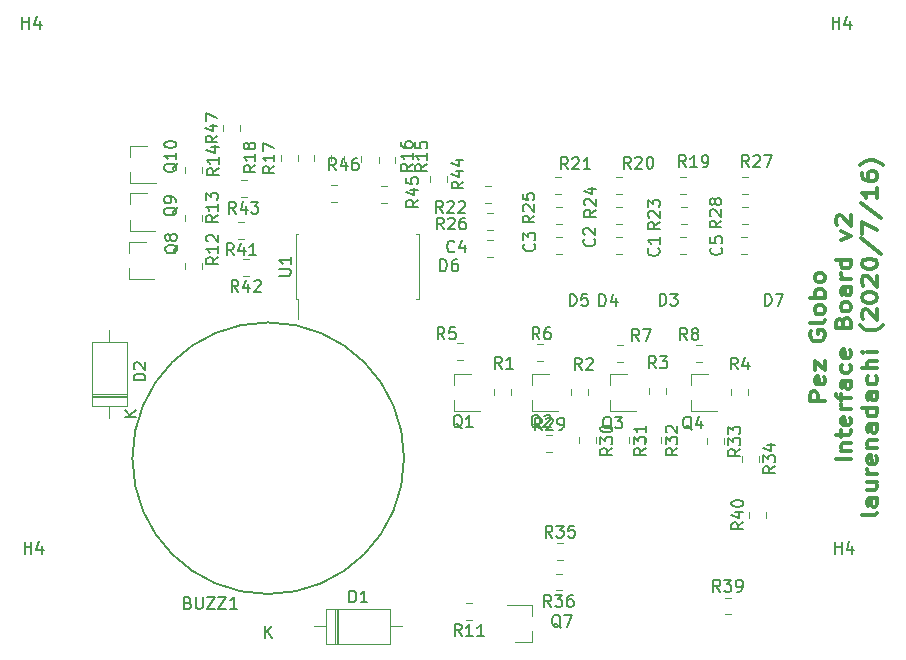
<source format=gbr>
G04 #@! TF.GenerationSoftware,KiCad,Pcbnew,(5.1.6-0-10_14)*
G04 #@! TF.CreationDate,2020-07-24T18:21:48-04:00*
G04 #@! TF.ProjectId,Pufferfish-Interface-2,50756666-6572-4666-9973-682d496e7465,rev?*
G04 #@! TF.SameCoordinates,Original*
G04 #@! TF.FileFunction,Legend,Top*
G04 #@! TF.FilePolarity,Positive*
%FSLAX46Y46*%
G04 Gerber Fmt 4.6, Leading zero omitted, Abs format (unit mm)*
G04 Created by KiCad (PCBNEW (5.1.6-0-10_14)) date 2020-07-24 18:21:48*
%MOMM*%
%LPD*%
G01*
G04 APERTURE LIST*
%ADD10C,0.300000*%
%ADD11C,0.120000*%
%ADD12C,0.203200*%
%ADD13C,0.150000*%
G04 APERTURE END LIST*
D10*
X63134443Y-34552057D02*
X61864443Y-34552057D01*
X61864443Y-33980628D01*
X61924920Y-33837771D01*
X61985396Y-33766342D01*
X62106348Y-33694914D01*
X62287777Y-33694914D01*
X62408729Y-33766342D01*
X62469205Y-33837771D01*
X62529681Y-33980628D01*
X62529681Y-34552057D01*
X63073967Y-32480628D02*
X63134443Y-32623485D01*
X63134443Y-32909200D01*
X63073967Y-33052057D01*
X62953015Y-33123485D01*
X62469205Y-33123485D01*
X62348253Y-33052057D01*
X62287777Y-32909200D01*
X62287777Y-32623485D01*
X62348253Y-32480628D01*
X62469205Y-32409200D01*
X62590158Y-32409200D01*
X62711110Y-33123485D01*
X62287777Y-31909200D02*
X62287777Y-31123485D01*
X63134443Y-31909200D01*
X63134443Y-31123485D01*
X61924920Y-28623485D02*
X61864443Y-28766342D01*
X61864443Y-28980628D01*
X61924920Y-29194914D01*
X62045872Y-29337771D01*
X62166824Y-29409200D01*
X62408729Y-29480628D01*
X62590158Y-29480628D01*
X62832062Y-29409200D01*
X62953015Y-29337771D01*
X63073967Y-29194914D01*
X63134443Y-28980628D01*
X63134443Y-28837771D01*
X63073967Y-28623485D01*
X63013491Y-28552057D01*
X62590158Y-28552057D01*
X62590158Y-28837771D01*
X63134443Y-27694914D02*
X63073967Y-27837771D01*
X62953015Y-27909200D01*
X61864443Y-27909200D01*
X63134443Y-26909200D02*
X63073967Y-27052057D01*
X63013491Y-27123485D01*
X62892539Y-27194914D01*
X62529681Y-27194914D01*
X62408729Y-27123485D01*
X62348253Y-27052057D01*
X62287777Y-26909200D01*
X62287777Y-26694914D01*
X62348253Y-26552057D01*
X62408729Y-26480628D01*
X62529681Y-26409200D01*
X62892539Y-26409200D01*
X63013491Y-26480628D01*
X63073967Y-26552057D01*
X63134443Y-26694914D01*
X63134443Y-26909200D01*
X63134443Y-25766342D02*
X61864443Y-25766342D01*
X62348253Y-25766342D02*
X62287777Y-25623485D01*
X62287777Y-25337771D01*
X62348253Y-25194914D01*
X62408729Y-25123485D01*
X62529681Y-25052057D01*
X62892539Y-25052057D01*
X63013491Y-25123485D01*
X63073967Y-25194914D01*
X63134443Y-25337771D01*
X63134443Y-25623485D01*
X63073967Y-25766342D01*
X63134443Y-24194914D02*
X63073967Y-24337771D01*
X63013491Y-24409200D01*
X62892539Y-24480628D01*
X62529681Y-24480628D01*
X62408729Y-24409200D01*
X62348253Y-24337771D01*
X62287777Y-24194914D01*
X62287777Y-23980628D01*
X62348253Y-23837771D01*
X62408729Y-23766342D01*
X62529681Y-23694914D01*
X62892539Y-23694914D01*
X63013491Y-23766342D01*
X63073967Y-23837771D01*
X63134443Y-23980628D01*
X63134443Y-24194914D01*
X65339443Y-39444914D02*
X64069443Y-39444914D01*
X64492777Y-38730628D02*
X65339443Y-38730628D01*
X64613729Y-38730628D02*
X64553253Y-38659200D01*
X64492777Y-38516342D01*
X64492777Y-38302057D01*
X64553253Y-38159200D01*
X64674205Y-38087771D01*
X65339443Y-38087771D01*
X64492777Y-37587771D02*
X64492777Y-37016342D01*
X64069443Y-37373485D02*
X65158015Y-37373485D01*
X65278967Y-37302057D01*
X65339443Y-37159200D01*
X65339443Y-37016342D01*
X65278967Y-35944914D02*
X65339443Y-36087771D01*
X65339443Y-36373485D01*
X65278967Y-36516342D01*
X65158015Y-36587771D01*
X64674205Y-36587771D01*
X64553253Y-36516342D01*
X64492777Y-36373485D01*
X64492777Y-36087771D01*
X64553253Y-35944914D01*
X64674205Y-35873485D01*
X64795158Y-35873485D01*
X64916110Y-36587771D01*
X65339443Y-35230628D02*
X64492777Y-35230628D01*
X64734681Y-35230628D02*
X64613729Y-35159200D01*
X64553253Y-35087771D01*
X64492777Y-34944914D01*
X64492777Y-34802057D01*
X64492777Y-34516342D02*
X64492777Y-33944914D01*
X65339443Y-34302057D02*
X64250872Y-34302057D01*
X64129920Y-34230628D01*
X64069443Y-34087771D01*
X64069443Y-33944914D01*
X65339443Y-32802057D02*
X64674205Y-32802057D01*
X64553253Y-32873485D01*
X64492777Y-33016342D01*
X64492777Y-33302057D01*
X64553253Y-33444914D01*
X65278967Y-32802057D02*
X65339443Y-32944914D01*
X65339443Y-33302057D01*
X65278967Y-33444914D01*
X65158015Y-33516342D01*
X65037062Y-33516342D01*
X64916110Y-33444914D01*
X64855634Y-33302057D01*
X64855634Y-32944914D01*
X64795158Y-32802057D01*
X65278967Y-31444914D02*
X65339443Y-31587771D01*
X65339443Y-31873485D01*
X65278967Y-32016342D01*
X65218491Y-32087771D01*
X65097539Y-32159200D01*
X64734681Y-32159200D01*
X64613729Y-32087771D01*
X64553253Y-32016342D01*
X64492777Y-31873485D01*
X64492777Y-31587771D01*
X64553253Y-31444914D01*
X65278967Y-30230628D02*
X65339443Y-30373485D01*
X65339443Y-30659200D01*
X65278967Y-30802057D01*
X65158015Y-30873485D01*
X64674205Y-30873485D01*
X64553253Y-30802057D01*
X64492777Y-30659200D01*
X64492777Y-30373485D01*
X64553253Y-30230628D01*
X64674205Y-30159200D01*
X64795158Y-30159200D01*
X64916110Y-30873485D01*
X64674205Y-27873485D02*
X64734681Y-27659200D01*
X64795158Y-27587771D01*
X64916110Y-27516342D01*
X65097539Y-27516342D01*
X65218491Y-27587771D01*
X65278967Y-27659200D01*
X65339443Y-27802057D01*
X65339443Y-28373485D01*
X64069443Y-28373485D01*
X64069443Y-27873485D01*
X64129920Y-27730628D01*
X64190396Y-27659200D01*
X64311348Y-27587771D01*
X64432300Y-27587771D01*
X64553253Y-27659200D01*
X64613729Y-27730628D01*
X64674205Y-27873485D01*
X64674205Y-28373485D01*
X65339443Y-26659200D02*
X65278967Y-26802057D01*
X65218491Y-26873485D01*
X65097539Y-26944914D01*
X64734681Y-26944914D01*
X64613729Y-26873485D01*
X64553253Y-26802057D01*
X64492777Y-26659200D01*
X64492777Y-26444914D01*
X64553253Y-26302057D01*
X64613729Y-26230628D01*
X64734681Y-26159200D01*
X65097539Y-26159200D01*
X65218491Y-26230628D01*
X65278967Y-26302057D01*
X65339443Y-26444914D01*
X65339443Y-26659200D01*
X65339443Y-24873485D02*
X64674205Y-24873485D01*
X64553253Y-24944914D01*
X64492777Y-25087771D01*
X64492777Y-25373485D01*
X64553253Y-25516342D01*
X65278967Y-24873485D02*
X65339443Y-25016342D01*
X65339443Y-25373485D01*
X65278967Y-25516342D01*
X65158015Y-25587771D01*
X65037062Y-25587771D01*
X64916110Y-25516342D01*
X64855634Y-25373485D01*
X64855634Y-25016342D01*
X64795158Y-24873485D01*
X65339443Y-24159200D02*
X64492777Y-24159200D01*
X64734681Y-24159200D02*
X64613729Y-24087771D01*
X64553253Y-24016342D01*
X64492777Y-23873485D01*
X64492777Y-23730628D01*
X65339443Y-22587771D02*
X64069443Y-22587771D01*
X65278967Y-22587771D02*
X65339443Y-22730628D01*
X65339443Y-23016342D01*
X65278967Y-23159200D01*
X65218491Y-23230628D01*
X65097539Y-23302057D01*
X64734681Y-23302057D01*
X64613729Y-23230628D01*
X64553253Y-23159200D01*
X64492777Y-23016342D01*
X64492777Y-22730628D01*
X64553253Y-22587771D01*
X64492777Y-20873485D02*
X65339443Y-20516342D01*
X64492777Y-20159200D01*
X64190396Y-19659200D02*
X64129920Y-19587771D01*
X64069443Y-19444914D01*
X64069443Y-19087771D01*
X64129920Y-18944914D01*
X64190396Y-18873485D01*
X64311348Y-18802057D01*
X64432300Y-18802057D01*
X64613729Y-18873485D01*
X65339443Y-19730628D01*
X65339443Y-18802057D01*
X67544443Y-43980628D02*
X67483967Y-44123485D01*
X67363015Y-44194914D01*
X66274443Y-44194914D01*
X67544443Y-42766342D02*
X66879205Y-42766342D01*
X66758253Y-42837771D01*
X66697777Y-42980628D01*
X66697777Y-43266342D01*
X66758253Y-43409200D01*
X67483967Y-42766342D02*
X67544443Y-42909200D01*
X67544443Y-43266342D01*
X67483967Y-43409200D01*
X67363015Y-43480628D01*
X67242062Y-43480628D01*
X67121110Y-43409200D01*
X67060634Y-43266342D01*
X67060634Y-42909200D01*
X67000158Y-42766342D01*
X66697777Y-41409200D02*
X67544443Y-41409200D01*
X66697777Y-42052057D02*
X67363015Y-42052057D01*
X67483967Y-41980628D01*
X67544443Y-41837771D01*
X67544443Y-41623485D01*
X67483967Y-41480628D01*
X67423491Y-41409200D01*
X67544443Y-40694914D02*
X66697777Y-40694914D01*
X66939681Y-40694914D02*
X66818729Y-40623485D01*
X66758253Y-40552057D01*
X66697777Y-40409200D01*
X66697777Y-40266342D01*
X67483967Y-39194914D02*
X67544443Y-39337771D01*
X67544443Y-39623485D01*
X67483967Y-39766342D01*
X67363015Y-39837771D01*
X66879205Y-39837771D01*
X66758253Y-39766342D01*
X66697777Y-39623485D01*
X66697777Y-39337771D01*
X66758253Y-39194914D01*
X66879205Y-39123485D01*
X67000158Y-39123485D01*
X67121110Y-39837771D01*
X66697777Y-38480628D02*
X67544443Y-38480628D01*
X66818729Y-38480628D02*
X66758253Y-38409200D01*
X66697777Y-38266342D01*
X66697777Y-38052057D01*
X66758253Y-37909200D01*
X66879205Y-37837771D01*
X67544443Y-37837771D01*
X67544443Y-36480628D02*
X66879205Y-36480628D01*
X66758253Y-36552057D01*
X66697777Y-36694914D01*
X66697777Y-36980628D01*
X66758253Y-37123485D01*
X67483967Y-36480628D02*
X67544443Y-36623485D01*
X67544443Y-36980628D01*
X67483967Y-37123485D01*
X67363015Y-37194914D01*
X67242062Y-37194914D01*
X67121110Y-37123485D01*
X67060634Y-36980628D01*
X67060634Y-36623485D01*
X67000158Y-36480628D01*
X67544443Y-35123485D02*
X66274443Y-35123485D01*
X67483967Y-35123485D02*
X67544443Y-35266342D01*
X67544443Y-35552057D01*
X67483967Y-35694914D01*
X67423491Y-35766342D01*
X67302539Y-35837771D01*
X66939681Y-35837771D01*
X66818729Y-35766342D01*
X66758253Y-35694914D01*
X66697777Y-35552057D01*
X66697777Y-35266342D01*
X66758253Y-35123485D01*
X67544443Y-33766342D02*
X66879205Y-33766342D01*
X66758253Y-33837771D01*
X66697777Y-33980628D01*
X66697777Y-34266342D01*
X66758253Y-34409200D01*
X67483967Y-33766342D02*
X67544443Y-33909200D01*
X67544443Y-34266342D01*
X67483967Y-34409200D01*
X67363015Y-34480628D01*
X67242062Y-34480628D01*
X67121110Y-34409200D01*
X67060634Y-34266342D01*
X67060634Y-33909200D01*
X67000158Y-33766342D01*
X67483967Y-32409200D02*
X67544443Y-32552057D01*
X67544443Y-32837771D01*
X67483967Y-32980628D01*
X67423491Y-33052057D01*
X67302539Y-33123485D01*
X66939681Y-33123485D01*
X66818729Y-33052057D01*
X66758253Y-32980628D01*
X66697777Y-32837771D01*
X66697777Y-32552057D01*
X66758253Y-32409200D01*
X67544443Y-31766342D02*
X66274443Y-31766342D01*
X67544443Y-31123485D02*
X66879205Y-31123485D01*
X66758253Y-31194914D01*
X66697777Y-31337771D01*
X66697777Y-31552057D01*
X66758253Y-31694914D01*
X66818729Y-31766342D01*
X67544443Y-30409200D02*
X66697777Y-30409200D01*
X66274443Y-30409200D02*
X66334920Y-30480628D01*
X66395396Y-30409200D01*
X66334920Y-30337771D01*
X66274443Y-30409200D01*
X66395396Y-30409200D01*
X68028253Y-28123485D02*
X67967777Y-28194914D01*
X67786348Y-28337771D01*
X67665396Y-28409200D01*
X67483967Y-28480628D01*
X67181586Y-28552057D01*
X66939681Y-28552057D01*
X66637300Y-28480628D01*
X66455872Y-28409200D01*
X66334920Y-28337771D01*
X66153491Y-28194914D01*
X66093015Y-28123485D01*
X66395396Y-27623485D02*
X66334920Y-27552057D01*
X66274443Y-27409200D01*
X66274443Y-27052057D01*
X66334920Y-26909200D01*
X66395396Y-26837771D01*
X66516348Y-26766342D01*
X66637300Y-26766342D01*
X66818729Y-26837771D01*
X67544443Y-27694914D01*
X67544443Y-26766342D01*
X66274443Y-25837771D02*
X66274443Y-25694914D01*
X66334920Y-25552057D01*
X66395396Y-25480628D01*
X66516348Y-25409200D01*
X66758253Y-25337771D01*
X67060634Y-25337771D01*
X67302539Y-25409200D01*
X67423491Y-25480628D01*
X67483967Y-25552057D01*
X67544443Y-25694914D01*
X67544443Y-25837771D01*
X67483967Y-25980628D01*
X67423491Y-26052057D01*
X67302539Y-26123485D01*
X67060634Y-26194914D01*
X66758253Y-26194914D01*
X66516348Y-26123485D01*
X66395396Y-26052057D01*
X66334920Y-25980628D01*
X66274443Y-25837771D01*
X66395396Y-24766342D02*
X66334920Y-24694914D01*
X66274443Y-24552057D01*
X66274443Y-24194914D01*
X66334920Y-24052057D01*
X66395396Y-23980628D01*
X66516348Y-23909200D01*
X66637300Y-23909200D01*
X66818729Y-23980628D01*
X67544443Y-24837771D01*
X67544443Y-23909200D01*
X66274443Y-22980628D02*
X66274443Y-22837771D01*
X66334920Y-22694914D01*
X66395396Y-22623485D01*
X66516348Y-22552057D01*
X66758253Y-22480628D01*
X67060634Y-22480628D01*
X67302539Y-22552057D01*
X67423491Y-22623485D01*
X67483967Y-22694914D01*
X67544443Y-22837771D01*
X67544443Y-22980628D01*
X67483967Y-23123485D01*
X67423491Y-23194914D01*
X67302539Y-23266342D01*
X67060634Y-23337771D01*
X66758253Y-23337771D01*
X66516348Y-23266342D01*
X66395396Y-23194914D01*
X66334920Y-23123485D01*
X66274443Y-22980628D01*
X66213967Y-20766342D02*
X67846824Y-22052057D01*
X66274443Y-20409200D02*
X66274443Y-19409200D01*
X67544443Y-20052057D01*
X66213967Y-17766342D02*
X67846824Y-19052057D01*
X67544443Y-16480628D02*
X67544443Y-17337771D01*
X67544443Y-16909200D02*
X66274443Y-16909200D01*
X66455872Y-17052057D01*
X66576824Y-17194914D01*
X66637300Y-17337771D01*
X66274443Y-15194914D02*
X66274443Y-15480628D01*
X66334920Y-15623485D01*
X66395396Y-15694914D01*
X66576824Y-15837771D01*
X66818729Y-15909200D01*
X67302539Y-15909200D01*
X67423491Y-15837771D01*
X67483967Y-15766342D01*
X67544443Y-15623485D01*
X67544443Y-15337771D01*
X67483967Y-15194914D01*
X67423491Y-15123485D01*
X67302539Y-15052057D01*
X67000158Y-15052057D01*
X66879205Y-15123485D01*
X66818729Y-15194914D01*
X66758253Y-15337771D01*
X66758253Y-15623485D01*
X66818729Y-15766342D01*
X66879205Y-15837771D01*
X67000158Y-15909200D01*
X68028253Y-14552057D02*
X67967777Y-14480628D01*
X67786348Y-14337771D01*
X67665396Y-14266342D01*
X67483967Y-14194914D01*
X67181586Y-14123485D01*
X66939681Y-14123485D01*
X66637300Y-14194914D01*
X66455872Y-14266342D01*
X66334920Y-14337771D01*
X66153491Y-14480628D01*
X66093015Y-14552057D01*
D11*
X13610660Y-11683738D02*
X13610660Y-11166582D01*
X12190660Y-11683738D02*
X12190660Y-11166582D01*
X21866358Y-16249580D02*
X21349202Y-16249580D01*
X21866358Y-17669580D02*
X21349202Y-17669580D01*
X26072598Y-16341020D02*
X25555442Y-16341020D01*
X26072598Y-17761020D02*
X25555442Y-17761020D01*
X31146820Y-15956018D02*
X31146820Y-15438862D01*
X29726820Y-15956018D02*
X29726820Y-15438862D01*
X14177778Y-15845720D02*
X13660622Y-15845720D01*
X14177778Y-17265720D02*
X13660622Y-17265720D01*
X14378438Y-22485280D02*
X13861282Y-22485280D01*
X14378438Y-23905280D02*
X13861282Y-23905280D01*
X13984738Y-19366160D02*
X13467582Y-19366160D01*
X13984738Y-20786160D02*
X13467582Y-20786160D01*
X58131780Y-44426638D02*
X58131780Y-43909482D01*
X56711780Y-44426638D02*
X56711780Y-43909482D01*
X54646062Y-52584420D02*
X55163218Y-52584420D01*
X54646062Y-51164420D02*
X55163218Y-51164420D01*
X40863018Y-49140040D02*
X40345862Y-49140040D01*
X40863018Y-50560040D02*
X40345862Y-50560040D01*
X40445162Y-47992100D02*
X40962318Y-47992100D01*
X40445162Y-46572100D02*
X40962318Y-46572100D01*
X56104720Y-39156902D02*
X56104720Y-39674058D01*
X57524720Y-39156902D02*
X57524720Y-39674058D01*
X53148160Y-37691562D02*
X53148160Y-38208718D01*
X54568160Y-37691562D02*
X54568160Y-38208718D01*
X47842100Y-37605202D02*
X47842100Y-38122358D01*
X49262100Y-37605202D02*
X49262100Y-38122358D01*
X45147160Y-37605202D02*
X45147160Y-38122358D01*
X46567160Y-37605202D02*
X46567160Y-38122358D01*
X42322680Y-37605202D02*
X42322680Y-38122358D01*
X43742680Y-37605202D02*
X43742680Y-38122358D01*
X39540682Y-38850640D02*
X40057838Y-38850640D01*
X39540682Y-37430640D02*
X40057838Y-37430640D01*
D12*
X27502000Y-39370000D02*
G75*
G03*
X27502000Y-39370000I-11500000J0D01*
G01*
D11*
X50873922Y-22046000D02*
X51391078Y-22046000D01*
X50873922Y-20626000D02*
X51391078Y-20626000D01*
X45461422Y-22046000D02*
X45978578Y-22046000D01*
X45461422Y-20626000D02*
X45978578Y-20626000D01*
X40381422Y-20626000D02*
X40898578Y-20626000D01*
X40381422Y-22046000D02*
X40898578Y-22046000D01*
X34539422Y-20880000D02*
X35056578Y-20880000D01*
X34539422Y-22300000D02*
X35056578Y-22300000D01*
X56050922Y-20626000D02*
X56568078Y-20626000D01*
X56050922Y-22046000D02*
X56568078Y-22046000D01*
X20902000Y-52124000D02*
X20902000Y-55064000D01*
X20902000Y-55064000D02*
X26342000Y-55064000D01*
X26342000Y-55064000D02*
X26342000Y-52124000D01*
X26342000Y-52124000D02*
X20902000Y-52124000D01*
X19882000Y-53594000D02*
X20902000Y-53594000D01*
X27362000Y-53594000D02*
X26342000Y-53594000D01*
X21802000Y-52124000D02*
X21802000Y-55064000D01*
X21922000Y-52124000D02*
X21922000Y-55064000D01*
X21682000Y-52124000D02*
X21682000Y-55064000D01*
X1070000Y-34198000D02*
X4010000Y-34198000D01*
X1070000Y-33958000D02*
X4010000Y-33958000D01*
X1070000Y-34078000D02*
X4010000Y-34078000D01*
X2540000Y-28518000D02*
X2540000Y-29538000D01*
X2540000Y-35998000D02*
X2540000Y-34978000D01*
X1070000Y-29538000D02*
X1070000Y-34978000D01*
X4010000Y-29538000D02*
X1070000Y-29538000D01*
X4010000Y-34978000D02*
X4010000Y-29538000D01*
X1070000Y-34978000D02*
X4010000Y-34978000D01*
X31752000Y-32202000D02*
X31752000Y-33132000D01*
X31752000Y-35362000D02*
X31752000Y-34432000D01*
X31752000Y-35362000D02*
X33912000Y-35362000D01*
X31752000Y-32202000D02*
X33212000Y-32202000D01*
X38356000Y-32202000D02*
X39816000Y-32202000D01*
X38356000Y-35362000D02*
X40516000Y-35362000D01*
X38356000Y-35362000D02*
X38356000Y-34432000D01*
X38356000Y-32202000D02*
X38356000Y-33132000D01*
X44960000Y-32202000D02*
X44960000Y-33132000D01*
X44960000Y-35362000D02*
X44960000Y-34432000D01*
X44960000Y-35362000D02*
X47120000Y-35362000D01*
X44960000Y-32202000D02*
X46420000Y-32202000D01*
X51818000Y-32202000D02*
X53278000Y-32202000D01*
X51818000Y-35362000D02*
X53978000Y-35362000D01*
X51818000Y-35362000D02*
X51818000Y-34432000D01*
X51818000Y-32202000D02*
X51818000Y-33132000D01*
X38352000Y-54920000D02*
X38352000Y-53990000D01*
X38352000Y-51760000D02*
X38352000Y-52690000D01*
X38352000Y-51760000D02*
X36192000Y-51760000D01*
X38352000Y-54920000D02*
X36892000Y-54920000D01*
X4210780Y-21036160D02*
X4210780Y-21966160D01*
X4210780Y-24196160D02*
X4210780Y-23266160D01*
X4210780Y-24196160D02*
X6370780Y-24196160D01*
X4210780Y-21036160D02*
X5670780Y-21036160D01*
X4287740Y-16941720D02*
X5747740Y-16941720D01*
X4287740Y-20101720D02*
X6447740Y-20101720D01*
X4287740Y-20101720D02*
X4287740Y-19171720D01*
X4287740Y-16941720D02*
X4287740Y-17871720D01*
X4320000Y-12898000D02*
X5780000Y-12898000D01*
X4320000Y-16058000D02*
X6480000Y-16058000D01*
X4320000Y-16058000D02*
X4320000Y-15128000D01*
X4320000Y-12898000D02*
X4320000Y-13828000D01*
X36524000Y-34040578D02*
X36524000Y-33523422D01*
X35104000Y-34040578D02*
X35104000Y-33523422D01*
X41631800Y-34040578D02*
X41631800Y-33523422D01*
X43051800Y-34040578D02*
X43051800Y-33523422D01*
X49686280Y-33933898D02*
X49686280Y-33416742D01*
X48266280Y-33933898D02*
X48266280Y-33416742D01*
X55170000Y-34040578D02*
X55170000Y-33523422D01*
X56590000Y-34040578D02*
X56590000Y-33523422D01*
X32506658Y-31070620D02*
X31989502Y-31070620D01*
X32506658Y-29650620D02*
X31989502Y-29650620D01*
X39267898Y-29729360D02*
X38750742Y-29729360D01*
X39267898Y-31149360D02*
X38750742Y-31149360D01*
X46057078Y-31228100D02*
X45539922Y-31228100D01*
X46057078Y-29808100D02*
X45539922Y-29808100D01*
X52757598Y-29770000D02*
X52240442Y-29770000D01*
X52757598Y-31190000D02*
X52240442Y-31190000D01*
X33278578Y-53034000D02*
X32761422Y-53034000D01*
X33278578Y-51614000D02*
X32761422Y-51614000D01*
X10362000Y-23372578D02*
X10362000Y-22855422D01*
X8942000Y-23372578D02*
X8942000Y-22855422D01*
X8942000Y-19308578D02*
X8942000Y-18791422D01*
X10362000Y-19308578D02*
X10362000Y-18791422D01*
X10362000Y-15244578D02*
X10362000Y-14727422D01*
X8942000Y-15244578D02*
X8942000Y-14727422D01*
X26775480Y-13881842D02*
X26775480Y-14398998D01*
X25355480Y-13881842D02*
X25355480Y-14398998D01*
X22406540Y-13749282D02*
X22406540Y-14266438D01*
X23826540Y-13749282D02*
X23826540Y-14266438D01*
X21286540Y-13670782D02*
X21286540Y-14187938D01*
X19866540Y-13670782D02*
X19866540Y-14187938D01*
X17072540Y-13670782D02*
X17072540Y-14187938D01*
X18492540Y-13670782D02*
X18492540Y-14187938D01*
X50873922Y-15546000D02*
X51391078Y-15546000D01*
X50873922Y-16966000D02*
X51391078Y-16966000D01*
X45461422Y-15546000D02*
X45978578Y-15546000D01*
X45461422Y-16966000D02*
X45978578Y-16966000D01*
X40302922Y-16966000D02*
X40820078Y-16966000D01*
X40302922Y-15546000D02*
X40820078Y-15546000D01*
X34363922Y-17728000D02*
X34881078Y-17728000D01*
X34363922Y-16308000D02*
X34881078Y-16308000D01*
X51488078Y-19506000D02*
X50970922Y-19506000D01*
X51488078Y-18086000D02*
X50970922Y-18086000D01*
X45978578Y-18086000D02*
X45461422Y-18086000D01*
X45978578Y-19506000D02*
X45461422Y-19506000D01*
X40898578Y-19506000D02*
X40381422Y-19506000D01*
X40898578Y-18086000D02*
X40381422Y-18086000D01*
X35056578Y-20014000D02*
X34539422Y-20014000D01*
X35056578Y-18594000D02*
X34539422Y-18594000D01*
X56129422Y-16966000D02*
X56646578Y-16966000D01*
X56129422Y-15546000D02*
X56646578Y-15546000D01*
X56646578Y-19506000D02*
X56129422Y-19506000D01*
X56646578Y-18086000D02*
X56129422Y-18086000D01*
X28735480Y-23149560D02*
X28735480Y-20389560D01*
X28735480Y-20389560D02*
X28530480Y-20389560D01*
X28735480Y-23149560D02*
X28735480Y-25909560D01*
X28735480Y-25909560D02*
X28530480Y-25909560D01*
X18315480Y-23149560D02*
X18315480Y-20389560D01*
X18315480Y-20389560D02*
X18520480Y-20389560D01*
X18315480Y-23149560D02*
X18315480Y-25909560D01*
X18315480Y-25909560D02*
X18520480Y-25909560D01*
X18520480Y-25909560D02*
X18520480Y-27599560D01*
D13*
X-4803044Y-3000380D02*
X-4803044Y-2000380D01*
X-4803044Y-2476571D02*
X-4231616Y-2476571D01*
X-4231616Y-3000380D02*
X-4231616Y-2000380D01*
X-3326854Y-2333714D02*
X-3326854Y-3000380D01*
X-3564949Y-1952761D02*
X-3803044Y-2667047D01*
X-3183997Y-2667047D01*
X-4617624Y-47450380D02*
X-4617624Y-46450380D01*
X-4617624Y-46926571D02*
X-4046196Y-46926571D01*
X-4046196Y-47450380D02*
X-4046196Y-46450380D01*
X-3141434Y-46783714D02*
X-3141434Y-47450380D01*
X-3379529Y-46402761D02*
X-3617624Y-47117047D01*
X-2998577Y-47117047D01*
X63972535Y-47450380D02*
X63972535Y-46450380D01*
X63972535Y-46926571D02*
X64543963Y-46926571D01*
X64543963Y-47450380D02*
X64543963Y-46450380D01*
X65448725Y-46783714D02*
X65448725Y-47450380D01*
X65210630Y-46402761D02*
X64972535Y-47117047D01*
X65591582Y-47117047D01*
X63789655Y-3000380D02*
X63789655Y-2000380D01*
X63789655Y-2476571D02*
X64361083Y-2476571D01*
X64361083Y-3000380D02*
X64361083Y-2000380D01*
X65265845Y-2333714D02*
X65265845Y-3000380D01*
X65027750Y-1952761D02*
X64789655Y-2667047D01*
X65408702Y-2667047D01*
X11703040Y-12068017D02*
X11226850Y-12401350D01*
X11703040Y-12639445D02*
X10703040Y-12639445D01*
X10703040Y-12258493D01*
X10750660Y-12163255D01*
X10798279Y-12115636D01*
X10893517Y-12068017D01*
X11036374Y-12068017D01*
X11131612Y-12115636D01*
X11179231Y-12163255D01*
X11226850Y-12258493D01*
X11226850Y-12639445D01*
X11036374Y-11210874D02*
X11703040Y-11210874D01*
X10655421Y-11448969D02*
X11369707Y-11687064D01*
X11369707Y-11068017D01*
X10703040Y-10782302D02*
X10703040Y-10115636D01*
X11703040Y-10544207D01*
X21752322Y-14984720D02*
X21418989Y-14508530D01*
X21180894Y-14984720D02*
X21180894Y-13984720D01*
X21561846Y-13984720D01*
X21657084Y-14032340D01*
X21704703Y-14079959D01*
X21752322Y-14175197D01*
X21752322Y-14318054D01*
X21704703Y-14413292D01*
X21657084Y-14460911D01*
X21561846Y-14508530D01*
X21180894Y-14508530D01*
X22609465Y-14318054D02*
X22609465Y-14984720D01*
X22371370Y-13937101D02*
X22133275Y-14651387D01*
X22752322Y-14651387D01*
X23561846Y-13984720D02*
X23371370Y-13984720D01*
X23276132Y-14032340D01*
X23228513Y-14079959D01*
X23133275Y-14222816D01*
X23085656Y-14413292D01*
X23085656Y-14794244D01*
X23133275Y-14889482D01*
X23180894Y-14937101D01*
X23276132Y-14984720D01*
X23466608Y-14984720D01*
X23561846Y-14937101D01*
X23609465Y-14889482D01*
X23657084Y-14794244D01*
X23657084Y-14556149D01*
X23609465Y-14460911D01*
X23561846Y-14413292D01*
X23466608Y-14365673D01*
X23276132Y-14365673D01*
X23180894Y-14413292D01*
X23133275Y-14460911D01*
X23085656Y-14556149D01*
X28702260Y-17488137D02*
X28226070Y-17821470D01*
X28702260Y-18059565D02*
X27702260Y-18059565D01*
X27702260Y-17678613D01*
X27749880Y-17583375D01*
X27797499Y-17535756D01*
X27892737Y-17488137D01*
X28035594Y-17488137D01*
X28130832Y-17535756D01*
X28178451Y-17583375D01*
X28226070Y-17678613D01*
X28226070Y-18059565D01*
X28035594Y-16630994D02*
X28702260Y-16630994D01*
X27654641Y-16869089D02*
X28368927Y-17107184D01*
X28368927Y-16488137D01*
X27702260Y-15630994D02*
X27702260Y-16107184D01*
X28178451Y-16154803D01*
X28130832Y-16107184D01*
X28083213Y-16011946D01*
X28083213Y-15773851D01*
X28130832Y-15678613D01*
X28178451Y-15630994D01*
X28273689Y-15583375D01*
X28511784Y-15583375D01*
X28607022Y-15630994D01*
X28654641Y-15678613D01*
X28702260Y-15773851D01*
X28702260Y-16011946D01*
X28654641Y-16107184D01*
X28607022Y-16154803D01*
X32530040Y-15948897D02*
X32053850Y-16282230D01*
X32530040Y-16520325D02*
X31530040Y-16520325D01*
X31530040Y-16139373D01*
X31577660Y-16044135D01*
X31625279Y-15996516D01*
X31720517Y-15948897D01*
X31863374Y-15948897D01*
X31958612Y-15996516D01*
X32006231Y-16044135D01*
X32053850Y-16139373D01*
X32053850Y-16520325D01*
X31863374Y-15091754D02*
X32530040Y-15091754D01*
X31482421Y-15329849D02*
X32196707Y-15567944D01*
X32196707Y-14948897D01*
X31863374Y-14139373D02*
X32530040Y-14139373D01*
X31482421Y-14377468D02*
X32196707Y-14615563D01*
X32196707Y-13996516D01*
X13276342Y-18658100D02*
X12943009Y-18181910D01*
X12704914Y-18658100D02*
X12704914Y-17658100D01*
X13085866Y-17658100D01*
X13181104Y-17705720D01*
X13228723Y-17753339D01*
X13276342Y-17848577D01*
X13276342Y-17991434D01*
X13228723Y-18086672D01*
X13181104Y-18134291D01*
X13085866Y-18181910D01*
X12704914Y-18181910D01*
X14133485Y-17991434D02*
X14133485Y-18658100D01*
X13895390Y-17610481D02*
X13657295Y-18324767D01*
X14276342Y-18324767D01*
X14562057Y-17658100D02*
X15181104Y-17658100D01*
X14847771Y-18039053D01*
X14990628Y-18039053D01*
X15085866Y-18086672D01*
X15133485Y-18134291D01*
X15181104Y-18229529D01*
X15181104Y-18467624D01*
X15133485Y-18562862D01*
X15085866Y-18610481D01*
X14990628Y-18658100D01*
X14704914Y-18658100D01*
X14609676Y-18610481D01*
X14562057Y-18562862D01*
X13477002Y-25297660D02*
X13143669Y-24821470D01*
X12905574Y-25297660D02*
X12905574Y-24297660D01*
X13286526Y-24297660D01*
X13381764Y-24345280D01*
X13429383Y-24392899D01*
X13477002Y-24488137D01*
X13477002Y-24630994D01*
X13429383Y-24726232D01*
X13381764Y-24773851D01*
X13286526Y-24821470D01*
X12905574Y-24821470D01*
X14334145Y-24630994D02*
X14334145Y-25297660D01*
X14096050Y-24250041D02*
X13857955Y-24964327D01*
X14477002Y-24964327D01*
X14810336Y-24392899D02*
X14857955Y-24345280D01*
X14953193Y-24297660D01*
X15191288Y-24297660D01*
X15286526Y-24345280D01*
X15334145Y-24392899D01*
X15381764Y-24488137D01*
X15381764Y-24583375D01*
X15334145Y-24726232D01*
X14762717Y-25297660D01*
X15381764Y-25297660D01*
X13083302Y-22178540D02*
X12749969Y-21702350D01*
X12511874Y-22178540D02*
X12511874Y-21178540D01*
X12892826Y-21178540D01*
X12988064Y-21226160D01*
X13035683Y-21273779D01*
X13083302Y-21369017D01*
X13083302Y-21511874D01*
X13035683Y-21607112D01*
X12988064Y-21654731D01*
X12892826Y-21702350D01*
X12511874Y-21702350D01*
X13940445Y-21511874D02*
X13940445Y-22178540D01*
X13702350Y-21130921D02*
X13464255Y-21845207D01*
X14083302Y-21845207D01*
X14988064Y-22178540D02*
X14416636Y-22178540D01*
X14702350Y-22178540D02*
X14702350Y-21178540D01*
X14607112Y-21321398D01*
X14511874Y-21416636D01*
X14416636Y-21464255D01*
X56224160Y-44810917D02*
X55747970Y-45144250D01*
X56224160Y-45382345D02*
X55224160Y-45382345D01*
X55224160Y-45001393D01*
X55271780Y-44906155D01*
X55319399Y-44858536D01*
X55414637Y-44810917D01*
X55557494Y-44810917D01*
X55652732Y-44858536D01*
X55700351Y-44906155D01*
X55747970Y-45001393D01*
X55747970Y-45382345D01*
X55557494Y-43953774D02*
X56224160Y-43953774D01*
X55176541Y-44191869D02*
X55890827Y-44429964D01*
X55890827Y-43810917D01*
X55224160Y-43239488D02*
X55224160Y-43144250D01*
X55271780Y-43049012D01*
X55319399Y-43001393D01*
X55414637Y-42953774D01*
X55605113Y-42906155D01*
X55843208Y-42906155D01*
X56033684Y-42953774D01*
X56128922Y-43001393D01*
X56176541Y-43049012D01*
X56224160Y-43144250D01*
X56224160Y-43239488D01*
X56176541Y-43334726D01*
X56128922Y-43382345D01*
X56033684Y-43429964D01*
X55843208Y-43477583D01*
X55605113Y-43477583D01*
X55414637Y-43429964D01*
X55319399Y-43382345D01*
X55271780Y-43334726D01*
X55224160Y-43239488D01*
X54261782Y-50676800D02*
X53928449Y-50200610D01*
X53690354Y-50676800D02*
X53690354Y-49676800D01*
X54071306Y-49676800D01*
X54166544Y-49724420D01*
X54214163Y-49772039D01*
X54261782Y-49867277D01*
X54261782Y-50010134D01*
X54214163Y-50105372D01*
X54166544Y-50152991D01*
X54071306Y-50200610D01*
X53690354Y-50200610D01*
X54595116Y-49676800D02*
X55214163Y-49676800D01*
X54880830Y-50057753D01*
X55023687Y-50057753D01*
X55118925Y-50105372D01*
X55166544Y-50152991D01*
X55214163Y-50248229D01*
X55214163Y-50486324D01*
X55166544Y-50581562D01*
X55118925Y-50629181D01*
X55023687Y-50676800D01*
X54737973Y-50676800D01*
X54642735Y-50629181D01*
X54595116Y-50581562D01*
X55690354Y-50676800D02*
X55880830Y-50676800D01*
X55976068Y-50629181D01*
X56023687Y-50581562D01*
X56118925Y-50438705D01*
X56166544Y-50248229D01*
X56166544Y-49867277D01*
X56118925Y-49772039D01*
X56071306Y-49724420D01*
X55976068Y-49676800D01*
X55785592Y-49676800D01*
X55690354Y-49724420D01*
X55642735Y-49772039D01*
X55595116Y-49867277D01*
X55595116Y-50105372D01*
X55642735Y-50200610D01*
X55690354Y-50248229D01*
X55785592Y-50295848D01*
X55976068Y-50295848D01*
X56071306Y-50248229D01*
X56118925Y-50200610D01*
X56166544Y-50105372D01*
X39961582Y-51952420D02*
X39628249Y-51476230D01*
X39390154Y-51952420D02*
X39390154Y-50952420D01*
X39771106Y-50952420D01*
X39866344Y-51000040D01*
X39913963Y-51047659D01*
X39961582Y-51142897D01*
X39961582Y-51285754D01*
X39913963Y-51380992D01*
X39866344Y-51428611D01*
X39771106Y-51476230D01*
X39390154Y-51476230D01*
X40294916Y-50952420D02*
X40913963Y-50952420D01*
X40580630Y-51333373D01*
X40723487Y-51333373D01*
X40818725Y-51380992D01*
X40866344Y-51428611D01*
X40913963Y-51523849D01*
X40913963Y-51761944D01*
X40866344Y-51857182D01*
X40818725Y-51904801D01*
X40723487Y-51952420D01*
X40437773Y-51952420D01*
X40342535Y-51904801D01*
X40294916Y-51857182D01*
X41771106Y-50952420D02*
X41580630Y-50952420D01*
X41485392Y-51000040D01*
X41437773Y-51047659D01*
X41342535Y-51190516D01*
X41294916Y-51380992D01*
X41294916Y-51761944D01*
X41342535Y-51857182D01*
X41390154Y-51904801D01*
X41485392Y-51952420D01*
X41675868Y-51952420D01*
X41771106Y-51904801D01*
X41818725Y-51857182D01*
X41866344Y-51761944D01*
X41866344Y-51523849D01*
X41818725Y-51428611D01*
X41771106Y-51380992D01*
X41675868Y-51333373D01*
X41485392Y-51333373D01*
X41390154Y-51380992D01*
X41342535Y-51428611D01*
X41294916Y-51523849D01*
X40060882Y-46084480D02*
X39727549Y-45608290D01*
X39489454Y-46084480D02*
X39489454Y-45084480D01*
X39870406Y-45084480D01*
X39965644Y-45132100D01*
X40013263Y-45179719D01*
X40060882Y-45274957D01*
X40060882Y-45417814D01*
X40013263Y-45513052D01*
X39965644Y-45560671D01*
X39870406Y-45608290D01*
X39489454Y-45608290D01*
X40394216Y-45084480D02*
X41013263Y-45084480D01*
X40679930Y-45465433D01*
X40822787Y-45465433D01*
X40918025Y-45513052D01*
X40965644Y-45560671D01*
X41013263Y-45655909D01*
X41013263Y-45894004D01*
X40965644Y-45989242D01*
X40918025Y-46036861D01*
X40822787Y-46084480D01*
X40537073Y-46084480D01*
X40441835Y-46036861D01*
X40394216Y-45989242D01*
X41918025Y-45084480D02*
X41441835Y-45084480D01*
X41394216Y-45560671D01*
X41441835Y-45513052D01*
X41537073Y-45465433D01*
X41775168Y-45465433D01*
X41870406Y-45513052D01*
X41918025Y-45560671D01*
X41965644Y-45655909D01*
X41965644Y-45894004D01*
X41918025Y-45989242D01*
X41870406Y-46036861D01*
X41775168Y-46084480D01*
X41537073Y-46084480D01*
X41441835Y-46036861D01*
X41394216Y-45989242D01*
X58917100Y-40058337D02*
X58440910Y-40391670D01*
X58917100Y-40629765D02*
X57917100Y-40629765D01*
X57917100Y-40248813D01*
X57964720Y-40153575D01*
X58012339Y-40105956D01*
X58107577Y-40058337D01*
X58250434Y-40058337D01*
X58345672Y-40105956D01*
X58393291Y-40153575D01*
X58440910Y-40248813D01*
X58440910Y-40629765D01*
X57917100Y-39725003D02*
X57917100Y-39105956D01*
X58298053Y-39439289D01*
X58298053Y-39296432D01*
X58345672Y-39201194D01*
X58393291Y-39153575D01*
X58488529Y-39105956D01*
X58726624Y-39105956D01*
X58821862Y-39153575D01*
X58869481Y-39201194D01*
X58917100Y-39296432D01*
X58917100Y-39582146D01*
X58869481Y-39677384D01*
X58821862Y-39725003D01*
X58250434Y-38248813D02*
X58917100Y-38248813D01*
X57869481Y-38486908D02*
X58583767Y-38725003D01*
X58583767Y-38105956D01*
X55960540Y-38592997D02*
X55484350Y-38926330D01*
X55960540Y-39164425D02*
X54960540Y-39164425D01*
X54960540Y-38783473D01*
X55008160Y-38688235D01*
X55055779Y-38640616D01*
X55151017Y-38592997D01*
X55293874Y-38592997D01*
X55389112Y-38640616D01*
X55436731Y-38688235D01*
X55484350Y-38783473D01*
X55484350Y-39164425D01*
X54960540Y-38259663D02*
X54960540Y-37640616D01*
X55341493Y-37973949D01*
X55341493Y-37831092D01*
X55389112Y-37735854D01*
X55436731Y-37688235D01*
X55531969Y-37640616D01*
X55770064Y-37640616D01*
X55865302Y-37688235D01*
X55912921Y-37735854D01*
X55960540Y-37831092D01*
X55960540Y-38116806D01*
X55912921Y-38212044D01*
X55865302Y-38259663D01*
X54960540Y-37307282D02*
X54960540Y-36688235D01*
X55341493Y-37021568D01*
X55341493Y-36878711D01*
X55389112Y-36783473D01*
X55436731Y-36735854D01*
X55531969Y-36688235D01*
X55770064Y-36688235D01*
X55865302Y-36735854D01*
X55912921Y-36783473D01*
X55960540Y-36878711D01*
X55960540Y-37164425D01*
X55912921Y-37259663D01*
X55865302Y-37307282D01*
X50654480Y-38506637D02*
X50178290Y-38839970D01*
X50654480Y-39078065D02*
X49654480Y-39078065D01*
X49654480Y-38697113D01*
X49702100Y-38601875D01*
X49749719Y-38554256D01*
X49844957Y-38506637D01*
X49987814Y-38506637D01*
X50083052Y-38554256D01*
X50130671Y-38601875D01*
X50178290Y-38697113D01*
X50178290Y-39078065D01*
X49654480Y-38173303D02*
X49654480Y-37554256D01*
X50035433Y-37887589D01*
X50035433Y-37744732D01*
X50083052Y-37649494D01*
X50130671Y-37601875D01*
X50225909Y-37554256D01*
X50464004Y-37554256D01*
X50559242Y-37601875D01*
X50606861Y-37649494D01*
X50654480Y-37744732D01*
X50654480Y-38030446D01*
X50606861Y-38125684D01*
X50559242Y-38173303D01*
X49749719Y-37173303D02*
X49702100Y-37125684D01*
X49654480Y-37030446D01*
X49654480Y-36792351D01*
X49702100Y-36697113D01*
X49749719Y-36649494D01*
X49844957Y-36601875D01*
X49940195Y-36601875D01*
X50083052Y-36649494D01*
X50654480Y-37220922D01*
X50654480Y-36601875D01*
X47959540Y-38506637D02*
X47483350Y-38839970D01*
X47959540Y-39078065D02*
X46959540Y-39078065D01*
X46959540Y-38697113D01*
X47007160Y-38601875D01*
X47054779Y-38554256D01*
X47150017Y-38506637D01*
X47292874Y-38506637D01*
X47388112Y-38554256D01*
X47435731Y-38601875D01*
X47483350Y-38697113D01*
X47483350Y-39078065D01*
X46959540Y-38173303D02*
X46959540Y-37554256D01*
X47340493Y-37887589D01*
X47340493Y-37744732D01*
X47388112Y-37649494D01*
X47435731Y-37601875D01*
X47530969Y-37554256D01*
X47769064Y-37554256D01*
X47864302Y-37601875D01*
X47911921Y-37649494D01*
X47959540Y-37744732D01*
X47959540Y-38030446D01*
X47911921Y-38125684D01*
X47864302Y-38173303D01*
X47959540Y-36601875D02*
X47959540Y-37173303D01*
X47959540Y-36887589D02*
X46959540Y-36887589D01*
X47102398Y-36982827D01*
X47197636Y-37078065D01*
X47245255Y-37173303D01*
X45135060Y-38506637D02*
X44658870Y-38839970D01*
X45135060Y-39078065D02*
X44135060Y-39078065D01*
X44135060Y-38697113D01*
X44182680Y-38601875D01*
X44230299Y-38554256D01*
X44325537Y-38506637D01*
X44468394Y-38506637D01*
X44563632Y-38554256D01*
X44611251Y-38601875D01*
X44658870Y-38697113D01*
X44658870Y-39078065D01*
X44135060Y-38173303D02*
X44135060Y-37554256D01*
X44516013Y-37887589D01*
X44516013Y-37744732D01*
X44563632Y-37649494D01*
X44611251Y-37601875D01*
X44706489Y-37554256D01*
X44944584Y-37554256D01*
X45039822Y-37601875D01*
X45087441Y-37649494D01*
X45135060Y-37744732D01*
X45135060Y-38030446D01*
X45087441Y-38125684D01*
X45039822Y-38173303D01*
X44135060Y-36935208D02*
X44135060Y-36839970D01*
X44182680Y-36744732D01*
X44230299Y-36697113D01*
X44325537Y-36649494D01*
X44516013Y-36601875D01*
X44754108Y-36601875D01*
X44944584Y-36649494D01*
X45039822Y-36697113D01*
X45087441Y-36744732D01*
X45135060Y-36839970D01*
X45135060Y-36935208D01*
X45087441Y-37030446D01*
X45039822Y-37078065D01*
X44944584Y-37125684D01*
X44754108Y-37173303D01*
X44516013Y-37173303D01*
X44325537Y-37125684D01*
X44230299Y-37078065D01*
X44182680Y-37030446D01*
X44135060Y-36935208D01*
X39156402Y-36943020D02*
X38823069Y-36466830D01*
X38584974Y-36943020D02*
X38584974Y-35943020D01*
X38965926Y-35943020D01*
X39061164Y-35990640D01*
X39108783Y-36038259D01*
X39156402Y-36133497D01*
X39156402Y-36276354D01*
X39108783Y-36371592D01*
X39061164Y-36419211D01*
X38965926Y-36466830D01*
X38584974Y-36466830D01*
X39537355Y-36038259D02*
X39584974Y-35990640D01*
X39680212Y-35943020D01*
X39918307Y-35943020D01*
X40013545Y-35990640D01*
X40061164Y-36038259D01*
X40108783Y-36133497D01*
X40108783Y-36228735D01*
X40061164Y-36371592D01*
X39489736Y-36943020D01*
X40108783Y-36943020D01*
X40584974Y-36943020D02*
X40775450Y-36943020D01*
X40870688Y-36895401D01*
X40918307Y-36847782D01*
X41013545Y-36704925D01*
X41061164Y-36514449D01*
X41061164Y-36133497D01*
X41013545Y-36038259D01*
X40965926Y-35990640D01*
X40870688Y-35943020D01*
X40680212Y-35943020D01*
X40584974Y-35990640D01*
X40537355Y-36038259D01*
X40489736Y-36133497D01*
X40489736Y-36371592D01*
X40537355Y-36466830D01*
X40584974Y-36514449D01*
X40680212Y-36562068D01*
X40870688Y-36562068D01*
X40965926Y-36514449D01*
X41013545Y-36466830D01*
X41061164Y-36371592D01*
X9213767Y-51604871D02*
X9356624Y-51652490D01*
X9404243Y-51700109D01*
X9451862Y-51795347D01*
X9451862Y-51938204D01*
X9404243Y-52033442D01*
X9356624Y-52081061D01*
X9261386Y-52128680D01*
X8880434Y-52128680D01*
X8880434Y-51128680D01*
X9213767Y-51128680D01*
X9309005Y-51176300D01*
X9356624Y-51223919D01*
X9404243Y-51319157D01*
X9404243Y-51414395D01*
X9356624Y-51509633D01*
X9309005Y-51557252D01*
X9213767Y-51604871D01*
X8880434Y-51604871D01*
X9880434Y-51128680D02*
X9880434Y-51938204D01*
X9928053Y-52033442D01*
X9975672Y-52081061D01*
X10070910Y-52128680D01*
X10261386Y-52128680D01*
X10356624Y-52081061D01*
X10404243Y-52033442D01*
X10451862Y-51938204D01*
X10451862Y-51128680D01*
X10832815Y-51128680D02*
X11499481Y-51128680D01*
X10832815Y-52128680D01*
X11499481Y-52128680D01*
X11785196Y-51128680D02*
X12451862Y-51128680D01*
X11785196Y-52128680D01*
X12451862Y-52128680D01*
X13356624Y-52128680D02*
X12785196Y-52128680D01*
X13070910Y-52128680D02*
X13070910Y-51128680D01*
X12975672Y-51271538D01*
X12880434Y-51366776D01*
X12785196Y-51414395D01*
X49043862Y-21601726D02*
X49091481Y-21649345D01*
X49139100Y-21792202D01*
X49139100Y-21887440D01*
X49091481Y-22030298D01*
X48996243Y-22125536D01*
X48901005Y-22173155D01*
X48710529Y-22220774D01*
X48567672Y-22220774D01*
X48377196Y-22173155D01*
X48281958Y-22125536D01*
X48186720Y-22030298D01*
X48139100Y-21887440D01*
X48139100Y-21792202D01*
X48186720Y-21649345D01*
X48234339Y-21601726D01*
X49139100Y-20649345D02*
X49139100Y-21220774D01*
X49139100Y-20935060D02*
X48139100Y-20935060D01*
X48281958Y-21030298D01*
X48377196Y-21125536D01*
X48424815Y-21220774D01*
X43595562Y-20816866D02*
X43643181Y-20864485D01*
X43690800Y-21007342D01*
X43690800Y-21102580D01*
X43643181Y-21245438D01*
X43547943Y-21340676D01*
X43452705Y-21388295D01*
X43262229Y-21435914D01*
X43119372Y-21435914D01*
X42928896Y-21388295D01*
X42833658Y-21340676D01*
X42738420Y-21245438D01*
X42690800Y-21102580D01*
X42690800Y-21007342D01*
X42738420Y-20864485D01*
X42786039Y-20816866D01*
X42786039Y-20435914D02*
X42738420Y-20388295D01*
X42690800Y-20293057D01*
X42690800Y-20054961D01*
X42738420Y-19959723D01*
X42786039Y-19912104D01*
X42881277Y-19864485D01*
X42976515Y-19864485D01*
X43119372Y-19912104D01*
X43690800Y-20483533D01*
X43690800Y-19864485D01*
X38505402Y-21246126D02*
X38553021Y-21293745D01*
X38600640Y-21436602D01*
X38600640Y-21531840D01*
X38553021Y-21674698D01*
X38457783Y-21769936D01*
X38362545Y-21817555D01*
X38172069Y-21865174D01*
X38029212Y-21865174D01*
X37838736Y-21817555D01*
X37743498Y-21769936D01*
X37648260Y-21674698D01*
X37600640Y-21531840D01*
X37600640Y-21436602D01*
X37648260Y-21293745D01*
X37695879Y-21246126D01*
X37600640Y-20912793D02*
X37600640Y-20293745D01*
X37981593Y-20627079D01*
X37981593Y-20484221D01*
X38029212Y-20388983D01*
X38076831Y-20341364D01*
X38172069Y-20293745D01*
X38410164Y-20293745D01*
X38505402Y-20341364D01*
X38553021Y-20388983D01*
X38600640Y-20484221D01*
X38600640Y-20769936D01*
X38553021Y-20865174D01*
X38505402Y-20912793D01*
X31773833Y-21850622D02*
X31726214Y-21898241D01*
X31583357Y-21945860D01*
X31488119Y-21945860D01*
X31345261Y-21898241D01*
X31250023Y-21803003D01*
X31202404Y-21707765D01*
X31154785Y-21517289D01*
X31154785Y-21374432D01*
X31202404Y-21183956D01*
X31250023Y-21088718D01*
X31345261Y-20993480D01*
X31488119Y-20945860D01*
X31583357Y-20945860D01*
X31726214Y-20993480D01*
X31773833Y-21041099D01*
X32630976Y-21279194D02*
X32630976Y-21945860D01*
X32392880Y-20898241D02*
X32154785Y-21612527D01*
X32773833Y-21612527D01*
X54334682Y-21550926D02*
X54382301Y-21598545D01*
X54429920Y-21741402D01*
X54429920Y-21836640D01*
X54382301Y-21979498D01*
X54287063Y-22074736D01*
X54191825Y-22122355D01*
X54001349Y-22169974D01*
X53858492Y-22169974D01*
X53668016Y-22122355D01*
X53572778Y-22074736D01*
X53477540Y-21979498D01*
X53429920Y-21836640D01*
X53429920Y-21741402D01*
X53477540Y-21598545D01*
X53525159Y-21550926D01*
X53429920Y-20646164D02*
X53429920Y-21122355D01*
X53906111Y-21169974D01*
X53858492Y-21122355D01*
X53810873Y-21027117D01*
X53810873Y-20789021D01*
X53858492Y-20693783D01*
X53906111Y-20646164D01*
X54001349Y-20598545D01*
X54239444Y-20598545D01*
X54334682Y-20646164D01*
X54382301Y-20693783D01*
X54429920Y-20789021D01*
X54429920Y-21027117D01*
X54382301Y-21122355D01*
X54334682Y-21169974D01*
X22883904Y-51576380D02*
X22883904Y-50576380D01*
X23122000Y-50576380D01*
X23264857Y-50624000D01*
X23360095Y-50719238D01*
X23407714Y-50814476D01*
X23455333Y-51004952D01*
X23455333Y-51147809D01*
X23407714Y-51338285D01*
X23360095Y-51433523D01*
X23264857Y-51528761D01*
X23122000Y-51576380D01*
X22883904Y-51576380D01*
X24407714Y-51576380D02*
X23836285Y-51576380D01*
X24122000Y-51576380D02*
X24122000Y-50576380D01*
X24026761Y-50719238D01*
X23931523Y-50814476D01*
X23836285Y-50862095D01*
X15724855Y-54595020D02*
X15724855Y-53595020D01*
X16296283Y-54595020D02*
X15867712Y-54023592D01*
X16296283Y-53595020D02*
X15724855Y-54166449D01*
X5613660Y-32785275D02*
X4613660Y-32785275D01*
X4613660Y-32547180D01*
X4661280Y-32404322D01*
X4756518Y-32309084D01*
X4851756Y-32261465D01*
X5042232Y-32213846D01*
X5185089Y-32213846D01*
X5375565Y-32261465D01*
X5470803Y-32309084D01*
X5566041Y-32404322D01*
X5613660Y-32547180D01*
X5613660Y-32785275D01*
X4708899Y-31832894D02*
X4661280Y-31785275D01*
X4613660Y-31690037D01*
X4613660Y-31451941D01*
X4661280Y-31356703D01*
X4708899Y-31309084D01*
X4804137Y-31261465D01*
X4899375Y-31261465D01*
X5042232Y-31309084D01*
X5613660Y-31880513D01*
X5613660Y-31261465D01*
X4846580Y-35852384D02*
X3846580Y-35852384D01*
X4846580Y-35280956D02*
X4275152Y-35709527D01*
X3846580Y-35280956D02*
X4418009Y-35852384D01*
X49142424Y-26446740D02*
X49142424Y-25446740D01*
X49380520Y-25446740D01*
X49523377Y-25494360D01*
X49618615Y-25589598D01*
X49666234Y-25684836D01*
X49713853Y-25875312D01*
X49713853Y-26018169D01*
X49666234Y-26208645D01*
X49618615Y-26303883D01*
X49523377Y-26399121D01*
X49380520Y-26446740D01*
X49142424Y-26446740D01*
X50047186Y-25446740D02*
X50666234Y-25446740D01*
X50332900Y-25827693D01*
X50475758Y-25827693D01*
X50570996Y-25875312D01*
X50618615Y-25922931D01*
X50666234Y-26018169D01*
X50666234Y-26256264D01*
X50618615Y-26351502D01*
X50570996Y-26399121D01*
X50475758Y-26446740D01*
X50190043Y-26446740D01*
X50094805Y-26399121D01*
X50047186Y-26351502D01*
X44031944Y-26497540D02*
X44031944Y-25497540D01*
X44270040Y-25497540D01*
X44412897Y-25545160D01*
X44508135Y-25640398D01*
X44555754Y-25735636D01*
X44603373Y-25926112D01*
X44603373Y-26068969D01*
X44555754Y-26259445D01*
X44508135Y-26354683D01*
X44412897Y-26449921D01*
X44270040Y-26497540D01*
X44031944Y-26497540D01*
X45460516Y-25830874D02*
X45460516Y-26497540D01*
X45222420Y-25449921D02*
X44984325Y-26164207D01*
X45603373Y-26164207D01*
X41540204Y-26467060D02*
X41540204Y-25467060D01*
X41778300Y-25467060D01*
X41921157Y-25514680D01*
X42016395Y-25609918D01*
X42064014Y-25705156D01*
X42111633Y-25895632D01*
X42111633Y-26038489D01*
X42064014Y-26228965D01*
X42016395Y-26324203D01*
X41921157Y-26419441D01*
X41778300Y-26467060D01*
X41540204Y-26467060D01*
X43016395Y-25467060D02*
X42540204Y-25467060D01*
X42492585Y-25943251D01*
X42540204Y-25895632D01*
X42635442Y-25848013D01*
X42873538Y-25848013D01*
X42968776Y-25895632D01*
X43016395Y-25943251D01*
X43064014Y-26038489D01*
X43064014Y-26276584D01*
X43016395Y-26371822D01*
X42968776Y-26419441D01*
X42873538Y-26467060D01*
X42635442Y-26467060D01*
X42540204Y-26419441D01*
X42492585Y-26371822D01*
X30572484Y-23528280D02*
X30572484Y-22528280D01*
X30810580Y-22528280D01*
X30953437Y-22575900D01*
X31048675Y-22671138D01*
X31096294Y-22766376D01*
X31143913Y-22956852D01*
X31143913Y-23099709D01*
X31096294Y-23290185D01*
X31048675Y-23385423D01*
X30953437Y-23480661D01*
X30810580Y-23528280D01*
X30572484Y-23528280D01*
X32001056Y-22528280D02*
X31810580Y-22528280D01*
X31715341Y-22575900D01*
X31667722Y-22623519D01*
X31572484Y-22766376D01*
X31524865Y-22956852D01*
X31524865Y-23337804D01*
X31572484Y-23433042D01*
X31620103Y-23480661D01*
X31715341Y-23528280D01*
X31905818Y-23528280D01*
X32001056Y-23480661D01*
X32048675Y-23433042D01*
X32096294Y-23337804D01*
X32096294Y-23099709D01*
X32048675Y-23004471D01*
X32001056Y-22956852D01*
X31905818Y-22909233D01*
X31715341Y-22909233D01*
X31620103Y-22956852D01*
X31572484Y-23004471D01*
X31524865Y-23099709D01*
X58050204Y-26451820D02*
X58050204Y-25451820D01*
X58288300Y-25451820D01*
X58431157Y-25499440D01*
X58526395Y-25594678D01*
X58574014Y-25689916D01*
X58621633Y-25880392D01*
X58621633Y-26023249D01*
X58574014Y-26213725D01*
X58526395Y-26308963D01*
X58431157Y-26404201D01*
X58288300Y-26451820D01*
X58050204Y-26451820D01*
X58954966Y-25451820D02*
X59621633Y-25451820D01*
X59193061Y-26451820D01*
X32416761Y-36829619D02*
X32321523Y-36782000D01*
X32226285Y-36686761D01*
X32083428Y-36543904D01*
X31988190Y-36496285D01*
X31892952Y-36496285D01*
X31940571Y-36734380D02*
X31845333Y-36686761D01*
X31750095Y-36591523D01*
X31702476Y-36401047D01*
X31702476Y-36067714D01*
X31750095Y-35877238D01*
X31845333Y-35782000D01*
X31940571Y-35734380D01*
X32131047Y-35734380D01*
X32226285Y-35782000D01*
X32321523Y-35877238D01*
X32369142Y-36067714D01*
X32369142Y-36401047D01*
X32321523Y-36591523D01*
X32226285Y-36686761D01*
X32131047Y-36734380D01*
X31940571Y-36734380D01*
X33321523Y-36734380D02*
X32750095Y-36734380D01*
X33035809Y-36734380D02*
X33035809Y-35734380D01*
X32940571Y-35877238D01*
X32845333Y-35972476D01*
X32750095Y-36020095D01*
X39020761Y-36829619D02*
X38925523Y-36782000D01*
X38830285Y-36686761D01*
X38687428Y-36543904D01*
X38592190Y-36496285D01*
X38496952Y-36496285D01*
X38544571Y-36734380D02*
X38449333Y-36686761D01*
X38354095Y-36591523D01*
X38306476Y-36401047D01*
X38306476Y-36067714D01*
X38354095Y-35877238D01*
X38449333Y-35782000D01*
X38544571Y-35734380D01*
X38735047Y-35734380D01*
X38830285Y-35782000D01*
X38925523Y-35877238D01*
X38973142Y-36067714D01*
X38973142Y-36401047D01*
X38925523Y-36591523D01*
X38830285Y-36686761D01*
X38735047Y-36734380D01*
X38544571Y-36734380D01*
X39354095Y-35829619D02*
X39401714Y-35782000D01*
X39496952Y-35734380D01*
X39735047Y-35734380D01*
X39830285Y-35782000D01*
X39877904Y-35829619D01*
X39925523Y-35924857D01*
X39925523Y-36020095D01*
X39877904Y-36162952D01*
X39306476Y-36734380D01*
X39925523Y-36734380D01*
X45086281Y-36945819D02*
X44991043Y-36898200D01*
X44895805Y-36802961D01*
X44752948Y-36660104D01*
X44657710Y-36612485D01*
X44562472Y-36612485D01*
X44610091Y-36850580D02*
X44514853Y-36802961D01*
X44419615Y-36707723D01*
X44371996Y-36517247D01*
X44371996Y-36183914D01*
X44419615Y-35993438D01*
X44514853Y-35898200D01*
X44610091Y-35850580D01*
X44800567Y-35850580D01*
X44895805Y-35898200D01*
X44991043Y-35993438D01*
X45038662Y-36183914D01*
X45038662Y-36517247D01*
X44991043Y-36707723D01*
X44895805Y-36802961D01*
X44800567Y-36850580D01*
X44610091Y-36850580D01*
X45371996Y-35850580D02*
X45991043Y-35850580D01*
X45657710Y-36231533D01*
X45800567Y-36231533D01*
X45895805Y-36279152D01*
X45943424Y-36326771D01*
X45991043Y-36422009D01*
X45991043Y-36660104D01*
X45943424Y-36755342D01*
X45895805Y-36802961D01*
X45800567Y-36850580D01*
X45514853Y-36850580D01*
X45419615Y-36802961D01*
X45371996Y-36755342D01*
X51873161Y-36948359D02*
X51777923Y-36900740D01*
X51682685Y-36805501D01*
X51539828Y-36662644D01*
X51444590Y-36615025D01*
X51349352Y-36615025D01*
X51396971Y-36853120D02*
X51301733Y-36805501D01*
X51206495Y-36710263D01*
X51158876Y-36519787D01*
X51158876Y-36186454D01*
X51206495Y-35995978D01*
X51301733Y-35900740D01*
X51396971Y-35853120D01*
X51587447Y-35853120D01*
X51682685Y-35900740D01*
X51777923Y-35995978D01*
X51825542Y-36186454D01*
X51825542Y-36519787D01*
X51777923Y-36710263D01*
X51682685Y-36805501D01*
X51587447Y-36853120D01*
X51396971Y-36853120D01*
X52682685Y-36186454D02*
X52682685Y-36853120D01*
X52444590Y-35805501D02*
X52206495Y-36519787D01*
X52825542Y-36519787D01*
X40763201Y-53732679D02*
X40667963Y-53685060D01*
X40572725Y-53589821D01*
X40429868Y-53446964D01*
X40334630Y-53399345D01*
X40239392Y-53399345D01*
X40287011Y-53637440D02*
X40191773Y-53589821D01*
X40096535Y-53494583D01*
X40048916Y-53304107D01*
X40048916Y-52970774D01*
X40096535Y-52780298D01*
X40191773Y-52685060D01*
X40287011Y-52637440D01*
X40477487Y-52637440D01*
X40572725Y-52685060D01*
X40667963Y-52780298D01*
X40715582Y-52970774D01*
X40715582Y-53304107D01*
X40667963Y-53494583D01*
X40572725Y-53589821D01*
X40477487Y-53637440D01*
X40287011Y-53637440D01*
X41048916Y-52637440D02*
X41715582Y-52637440D01*
X41287011Y-53637440D01*
X8365739Y-21288998D02*
X8318120Y-21384236D01*
X8222881Y-21479474D01*
X8080024Y-21622331D01*
X8032405Y-21717569D01*
X8032405Y-21812807D01*
X8270500Y-21765188D02*
X8222881Y-21860426D01*
X8127643Y-21955664D01*
X7937167Y-22003283D01*
X7603834Y-22003283D01*
X7413358Y-21955664D01*
X7318120Y-21860426D01*
X7270500Y-21765188D01*
X7270500Y-21574712D01*
X7318120Y-21479474D01*
X7413358Y-21384236D01*
X7603834Y-21336617D01*
X7937167Y-21336617D01*
X8127643Y-21384236D01*
X8222881Y-21479474D01*
X8270500Y-21574712D01*
X8270500Y-21765188D01*
X7699072Y-20765188D02*
X7651453Y-20860426D01*
X7603834Y-20908045D01*
X7508596Y-20955664D01*
X7460977Y-20955664D01*
X7365739Y-20908045D01*
X7318120Y-20860426D01*
X7270500Y-20765188D01*
X7270500Y-20574712D01*
X7318120Y-20479474D01*
X7365739Y-20431855D01*
X7460977Y-20384236D01*
X7508596Y-20384236D01*
X7603834Y-20431855D01*
X7651453Y-20479474D01*
X7699072Y-20574712D01*
X7699072Y-20765188D01*
X7746691Y-20860426D01*
X7794310Y-20908045D01*
X7889548Y-20955664D01*
X8080024Y-20955664D01*
X8175262Y-20908045D01*
X8222881Y-20860426D01*
X8270500Y-20765188D01*
X8270500Y-20574712D01*
X8222881Y-20479474D01*
X8175262Y-20431855D01*
X8080024Y-20384236D01*
X7889548Y-20384236D01*
X7794310Y-20431855D01*
X7746691Y-20479474D01*
X7699072Y-20574712D01*
X8290299Y-18103878D02*
X8242680Y-18199116D01*
X8147441Y-18294354D01*
X8004584Y-18437211D01*
X7956965Y-18532449D01*
X7956965Y-18627687D01*
X8195060Y-18580068D02*
X8147441Y-18675306D01*
X8052203Y-18770544D01*
X7861727Y-18818163D01*
X7528394Y-18818163D01*
X7337918Y-18770544D01*
X7242680Y-18675306D01*
X7195060Y-18580068D01*
X7195060Y-18389592D01*
X7242680Y-18294354D01*
X7337918Y-18199116D01*
X7528394Y-18151497D01*
X7861727Y-18151497D01*
X8052203Y-18199116D01*
X8147441Y-18294354D01*
X8195060Y-18389592D01*
X8195060Y-18580068D01*
X8195060Y-17675306D02*
X8195060Y-17484830D01*
X8147441Y-17389592D01*
X8099822Y-17341973D01*
X7956965Y-17246735D01*
X7766489Y-17199116D01*
X7385537Y-17199116D01*
X7290299Y-17246735D01*
X7242680Y-17294354D01*
X7195060Y-17389592D01*
X7195060Y-17580068D01*
X7242680Y-17675306D01*
X7290299Y-17722925D01*
X7385537Y-17770544D01*
X7623632Y-17770544D01*
X7718870Y-17722925D01*
X7766489Y-17675306D01*
X7814108Y-17580068D01*
X7814108Y-17389592D01*
X7766489Y-17294354D01*
X7718870Y-17246735D01*
X7623632Y-17199116D01*
X8299699Y-14396648D02*
X8252080Y-14491886D01*
X8156841Y-14587124D01*
X8013984Y-14729981D01*
X7966365Y-14825220D01*
X7966365Y-14920458D01*
X8204460Y-14872839D02*
X8156841Y-14968077D01*
X8061603Y-15063315D01*
X7871127Y-15110934D01*
X7537794Y-15110934D01*
X7347318Y-15063315D01*
X7252080Y-14968077D01*
X7204460Y-14872839D01*
X7204460Y-14682362D01*
X7252080Y-14587124D01*
X7347318Y-14491886D01*
X7537794Y-14444267D01*
X7871127Y-14444267D01*
X8061603Y-14491886D01*
X8156841Y-14587124D01*
X8204460Y-14682362D01*
X8204460Y-14872839D01*
X8204460Y-13491886D02*
X8204460Y-14063315D01*
X8204460Y-13777600D02*
X7204460Y-13777600D01*
X7347318Y-13872839D01*
X7442556Y-13968077D01*
X7490175Y-14063315D01*
X7204460Y-12872839D02*
X7204460Y-12777600D01*
X7252080Y-12682362D01*
X7299699Y-12634743D01*
X7394937Y-12587124D01*
X7585413Y-12539505D01*
X7823508Y-12539505D01*
X8013984Y-12587124D01*
X8109222Y-12634743D01*
X8156841Y-12682362D01*
X8204460Y-12777600D01*
X8204460Y-12872839D01*
X8156841Y-12968077D01*
X8109222Y-13015696D01*
X8013984Y-13063315D01*
X7823508Y-13110934D01*
X7585413Y-13110934D01*
X7394937Y-13063315D01*
X7299699Y-13015696D01*
X7252080Y-12968077D01*
X7204460Y-12872839D01*
X35779413Y-31778200D02*
X35446080Y-31302010D01*
X35207984Y-31778200D02*
X35207984Y-30778200D01*
X35588937Y-30778200D01*
X35684175Y-30825820D01*
X35731794Y-30873439D01*
X35779413Y-30968677D01*
X35779413Y-31111534D01*
X35731794Y-31206772D01*
X35684175Y-31254391D01*
X35588937Y-31302010D01*
X35207984Y-31302010D01*
X36731794Y-31778200D02*
X36160365Y-31778200D01*
X36446080Y-31778200D02*
X36446080Y-30778200D01*
X36350841Y-30921058D01*
X36255603Y-31016296D01*
X36160365Y-31063915D01*
X42535813Y-31897580D02*
X42202480Y-31421390D01*
X41964384Y-31897580D02*
X41964384Y-30897580D01*
X42345337Y-30897580D01*
X42440575Y-30945200D01*
X42488194Y-30992819D01*
X42535813Y-31088057D01*
X42535813Y-31230914D01*
X42488194Y-31326152D01*
X42440575Y-31373771D01*
X42345337Y-31421390D01*
X41964384Y-31421390D01*
X42916765Y-30992819D02*
X42964384Y-30945200D01*
X43059622Y-30897580D01*
X43297718Y-30897580D01*
X43392956Y-30945200D01*
X43440575Y-30992819D01*
X43488194Y-31088057D01*
X43488194Y-31183295D01*
X43440575Y-31326152D01*
X42869146Y-31897580D01*
X43488194Y-31897580D01*
X48829933Y-31750260D02*
X48496600Y-31274070D01*
X48258504Y-31750260D02*
X48258504Y-30750260D01*
X48639457Y-30750260D01*
X48734695Y-30797880D01*
X48782314Y-30845499D01*
X48829933Y-30940737D01*
X48829933Y-31083594D01*
X48782314Y-31178832D01*
X48734695Y-31226451D01*
X48639457Y-31274070D01*
X48258504Y-31274070D01*
X49163266Y-30750260D02*
X49782314Y-30750260D01*
X49448980Y-31131213D01*
X49591838Y-31131213D01*
X49687076Y-31178832D01*
X49734695Y-31226451D01*
X49782314Y-31321689D01*
X49782314Y-31559784D01*
X49734695Y-31655022D01*
X49687076Y-31702641D01*
X49591838Y-31750260D01*
X49306123Y-31750260D01*
X49210885Y-31702641D01*
X49163266Y-31655022D01*
X55756513Y-31856940D02*
X55423180Y-31380750D01*
X55185084Y-31856940D02*
X55185084Y-30856940D01*
X55566037Y-30856940D01*
X55661275Y-30904560D01*
X55708894Y-30952179D01*
X55756513Y-31047417D01*
X55756513Y-31190274D01*
X55708894Y-31285512D01*
X55661275Y-31333131D01*
X55566037Y-31380750D01*
X55185084Y-31380750D01*
X56613656Y-31190274D02*
X56613656Y-31856940D01*
X56375560Y-30809321D02*
X56137465Y-31523607D01*
X56756513Y-31523607D01*
X30928013Y-29294080D02*
X30594680Y-28817890D01*
X30356584Y-29294080D02*
X30356584Y-28294080D01*
X30737537Y-28294080D01*
X30832775Y-28341700D01*
X30880394Y-28389319D01*
X30928013Y-28484557D01*
X30928013Y-28627414D01*
X30880394Y-28722652D01*
X30832775Y-28770271D01*
X30737537Y-28817890D01*
X30356584Y-28817890D01*
X31832775Y-28294080D02*
X31356584Y-28294080D01*
X31308965Y-28770271D01*
X31356584Y-28722652D01*
X31451822Y-28675033D01*
X31689918Y-28675033D01*
X31785156Y-28722652D01*
X31832775Y-28770271D01*
X31880394Y-28865509D01*
X31880394Y-29103604D01*
X31832775Y-29198842D01*
X31785156Y-29246461D01*
X31689918Y-29294080D01*
X31451822Y-29294080D01*
X31356584Y-29246461D01*
X31308965Y-29198842D01*
X38972193Y-29299160D02*
X38638860Y-28822970D01*
X38400764Y-29299160D02*
X38400764Y-28299160D01*
X38781717Y-28299160D01*
X38876955Y-28346780D01*
X38924574Y-28394399D01*
X38972193Y-28489637D01*
X38972193Y-28632494D01*
X38924574Y-28727732D01*
X38876955Y-28775351D01*
X38781717Y-28822970D01*
X38400764Y-28822970D01*
X39829336Y-28299160D02*
X39638860Y-28299160D01*
X39543621Y-28346780D01*
X39496002Y-28394399D01*
X39400764Y-28537256D01*
X39353145Y-28727732D01*
X39353145Y-29108684D01*
X39400764Y-29203922D01*
X39448383Y-29251541D01*
X39543621Y-29299160D01*
X39734098Y-29299160D01*
X39829336Y-29251541D01*
X39876955Y-29203922D01*
X39924574Y-29108684D01*
X39924574Y-28870589D01*
X39876955Y-28775351D01*
X39829336Y-28727732D01*
X39734098Y-28680113D01*
X39543621Y-28680113D01*
X39448383Y-28727732D01*
X39400764Y-28775351D01*
X39353145Y-28870589D01*
X47415153Y-29441400D02*
X47081820Y-28965210D01*
X46843724Y-29441400D02*
X46843724Y-28441400D01*
X47224677Y-28441400D01*
X47319915Y-28489020D01*
X47367534Y-28536639D01*
X47415153Y-28631877D01*
X47415153Y-28774734D01*
X47367534Y-28869972D01*
X47319915Y-28917591D01*
X47224677Y-28965210D01*
X46843724Y-28965210D01*
X47748486Y-28441400D02*
X48415153Y-28441400D01*
X47986581Y-29441400D01*
X51471293Y-29355040D02*
X51137960Y-28878850D01*
X50899864Y-29355040D02*
X50899864Y-28355040D01*
X51280817Y-28355040D01*
X51376055Y-28402660D01*
X51423674Y-28450279D01*
X51471293Y-28545517D01*
X51471293Y-28688374D01*
X51423674Y-28783612D01*
X51376055Y-28831231D01*
X51280817Y-28878850D01*
X50899864Y-28878850D01*
X52042721Y-28783612D02*
X51947483Y-28735993D01*
X51899864Y-28688374D01*
X51852245Y-28593136D01*
X51852245Y-28545517D01*
X51899864Y-28450279D01*
X51947483Y-28402660D01*
X52042721Y-28355040D01*
X52233198Y-28355040D01*
X52328436Y-28402660D01*
X52376055Y-28450279D01*
X52423674Y-28545517D01*
X52423674Y-28593136D01*
X52376055Y-28688374D01*
X52328436Y-28735993D01*
X52233198Y-28783612D01*
X52042721Y-28783612D01*
X51947483Y-28831231D01*
X51899864Y-28878850D01*
X51852245Y-28974088D01*
X51852245Y-29164564D01*
X51899864Y-29259802D01*
X51947483Y-29307421D01*
X52042721Y-29355040D01*
X52233198Y-29355040D01*
X52328436Y-29307421D01*
X52376055Y-29259802D01*
X52423674Y-29164564D01*
X52423674Y-28974088D01*
X52376055Y-28878850D01*
X52328436Y-28831231D01*
X52233198Y-28783612D01*
X32377142Y-54426380D02*
X32043809Y-53950190D01*
X31805714Y-54426380D02*
X31805714Y-53426380D01*
X32186666Y-53426380D01*
X32281904Y-53474000D01*
X32329523Y-53521619D01*
X32377142Y-53616857D01*
X32377142Y-53759714D01*
X32329523Y-53854952D01*
X32281904Y-53902571D01*
X32186666Y-53950190D01*
X31805714Y-53950190D01*
X33329523Y-54426380D02*
X32758095Y-54426380D01*
X33043809Y-54426380D02*
X33043809Y-53426380D01*
X32948571Y-53569238D01*
X32853333Y-53664476D01*
X32758095Y-53712095D01*
X34281904Y-54426380D02*
X33710476Y-54426380D01*
X33996190Y-54426380D02*
X33996190Y-53426380D01*
X33900952Y-53569238D01*
X33805714Y-53664476D01*
X33710476Y-53712095D01*
X11778240Y-22347157D02*
X11302050Y-22680490D01*
X11778240Y-22918585D02*
X10778240Y-22918585D01*
X10778240Y-22537633D01*
X10825860Y-22442395D01*
X10873479Y-22394776D01*
X10968717Y-22347157D01*
X11111574Y-22347157D01*
X11206812Y-22394776D01*
X11254431Y-22442395D01*
X11302050Y-22537633D01*
X11302050Y-22918585D01*
X11778240Y-21394776D02*
X11778240Y-21966204D01*
X11778240Y-21680490D02*
X10778240Y-21680490D01*
X10921098Y-21775728D01*
X11016336Y-21870966D01*
X11063955Y-21966204D01*
X10873479Y-21013823D02*
X10825860Y-20966204D01*
X10778240Y-20870966D01*
X10778240Y-20632871D01*
X10825860Y-20537633D01*
X10873479Y-20490014D01*
X10968717Y-20442395D01*
X11063955Y-20442395D01*
X11206812Y-20490014D01*
X11778240Y-21061442D01*
X11778240Y-20442395D01*
X11740140Y-18798777D02*
X11263950Y-19132110D01*
X11740140Y-19370205D02*
X10740140Y-19370205D01*
X10740140Y-18989253D01*
X10787760Y-18894015D01*
X10835379Y-18846396D01*
X10930617Y-18798777D01*
X11073474Y-18798777D01*
X11168712Y-18846396D01*
X11216331Y-18894015D01*
X11263950Y-18989253D01*
X11263950Y-19370205D01*
X11740140Y-17846396D02*
X11740140Y-18417824D01*
X11740140Y-18132110D02*
X10740140Y-18132110D01*
X10882998Y-18227348D01*
X10978236Y-18322586D01*
X11025855Y-18417824D01*
X10740140Y-17513062D02*
X10740140Y-16894015D01*
X11121093Y-17227348D01*
X11121093Y-17084491D01*
X11168712Y-16989253D01*
X11216331Y-16941634D01*
X11311569Y-16894015D01*
X11549664Y-16894015D01*
X11644902Y-16941634D01*
X11692521Y-16989253D01*
X11740140Y-17084491D01*
X11740140Y-17370205D01*
X11692521Y-17465443D01*
X11644902Y-17513062D01*
X11798560Y-14831297D02*
X11322370Y-15164630D01*
X11798560Y-15402725D02*
X10798560Y-15402725D01*
X10798560Y-15021773D01*
X10846180Y-14926535D01*
X10893799Y-14878916D01*
X10989037Y-14831297D01*
X11131894Y-14831297D01*
X11227132Y-14878916D01*
X11274751Y-14926535D01*
X11322370Y-15021773D01*
X11322370Y-15402725D01*
X11798560Y-13878916D02*
X11798560Y-14450344D01*
X11798560Y-14164630D02*
X10798560Y-14164630D01*
X10941418Y-14259868D01*
X11036656Y-14355106D01*
X11084275Y-14450344D01*
X11131894Y-13021773D02*
X11798560Y-13021773D01*
X10750941Y-13259868D02*
X11465227Y-13497963D01*
X11465227Y-12878916D01*
X29454100Y-14480777D02*
X28977910Y-14814110D01*
X29454100Y-15052205D02*
X28454100Y-15052205D01*
X28454100Y-14671253D01*
X28501720Y-14576015D01*
X28549339Y-14528396D01*
X28644577Y-14480777D01*
X28787434Y-14480777D01*
X28882672Y-14528396D01*
X28930291Y-14576015D01*
X28977910Y-14671253D01*
X28977910Y-15052205D01*
X29454100Y-13528396D02*
X29454100Y-14099824D01*
X29454100Y-13814110D02*
X28454100Y-13814110D01*
X28596958Y-13909348D01*
X28692196Y-14004586D01*
X28739815Y-14099824D01*
X28454100Y-12623634D02*
X28454100Y-13099824D01*
X28930291Y-13147443D01*
X28882672Y-13099824D01*
X28835053Y-13004586D01*
X28835053Y-12766491D01*
X28882672Y-12671253D01*
X28930291Y-12623634D01*
X29025529Y-12576015D01*
X29263624Y-12576015D01*
X29358862Y-12623634D01*
X29406481Y-12671253D01*
X29454100Y-12766491D01*
X29454100Y-13004586D01*
X29406481Y-13099824D01*
X29358862Y-13147443D01*
X28222200Y-14445217D02*
X27746010Y-14778550D01*
X28222200Y-15016645D02*
X27222200Y-15016645D01*
X27222200Y-14635693D01*
X27269820Y-14540455D01*
X27317439Y-14492836D01*
X27412677Y-14445217D01*
X27555534Y-14445217D01*
X27650772Y-14492836D01*
X27698391Y-14540455D01*
X27746010Y-14635693D01*
X27746010Y-15016645D01*
X28222200Y-13492836D02*
X28222200Y-14064264D01*
X28222200Y-13778550D02*
X27222200Y-13778550D01*
X27365058Y-13873788D01*
X27460296Y-13969026D01*
X27507915Y-14064264D01*
X27222200Y-12635693D02*
X27222200Y-12826169D01*
X27269820Y-12921407D01*
X27317439Y-12969026D01*
X27460296Y-13064264D01*
X27650772Y-13111883D01*
X28031724Y-13111883D01*
X28126962Y-13064264D01*
X28174581Y-13016645D01*
X28222200Y-12921407D01*
X28222200Y-12730931D01*
X28174581Y-12635693D01*
X28126962Y-12588074D01*
X28031724Y-12540455D01*
X27793629Y-12540455D01*
X27698391Y-12588074D01*
X27650772Y-12635693D01*
X27603153Y-12730931D01*
X27603153Y-12921407D01*
X27650772Y-13016645D01*
X27698391Y-13064264D01*
X27793629Y-13111883D01*
X16522960Y-14625557D02*
X16046770Y-14958890D01*
X16522960Y-15196985D02*
X15522960Y-15196985D01*
X15522960Y-14816033D01*
X15570580Y-14720795D01*
X15618199Y-14673176D01*
X15713437Y-14625557D01*
X15856294Y-14625557D01*
X15951532Y-14673176D01*
X15999151Y-14720795D01*
X16046770Y-14816033D01*
X16046770Y-15196985D01*
X16522960Y-13673176D02*
X16522960Y-14244604D01*
X16522960Y-13958890D02*
X15522960Y-13958890D01*
X15665818Y-14054128D01*
X15761056Y-14149366D01*
X15808675Y-14244604D01*
X15522960Y-13339842D02*
X15522960Y-12673176D01*
X16522960Y-13101747D01*
X14917680Y-14559517D02*
X14441490Y-14892850D01*
X14917680Y-15130945D02*
X13917680Y-15130945D01*
X13917680Y-14749993D01*
X13965300Y-14654755D01*
X14012919Y-14607136D01*
X14108157Y-14559517D01*
X14251014Y-14559517D01*
X14346252Y-14607136D01*
X14393871Y-14654755D01*
X14441490Y-14749993D01*
X14441490Y-15130945D01*
X14917680Y-13607136D02*
X14917680Y-14178564D01*
X14917680Y-13892850D02*
X13917680Y-13892850D01*
X14060538Y-13988088D01*
X14155776Y-14083326D01*
X14203395Y-14178564D01*
X14346252Y-13035707D02*
X14298633Y-13130945D01*
X14251014Y-13178564D01*
X14155776Y-13226183D01*
X14108157Y-13226183D01*
X14012919Y-13178564D01*
X13965300Y-13130945D01*
X13917680Y-13035707D01*
X13917680Y-12845231D01*
X13965300Y-12749993D01*
X14012919Y-12702374D01*
X14108157Y-12654755D01*
X14155776Y-12654755D01*
X14251014Y-12702374D01*
X14298633Y-12749993D01*
X14346252Y-12845231D01*
X14346252Y-13035707D01*
X14393871Y-13130945D01*
X14441490Y-13178564D01*
X14536728Y-13226183D01*
X14727204Y-13226183D01*
X14822442Y-13178564D01*
X14870061Y-13130945D01*
X14917680Y-13035707D01*
X14917680Y-12845231D01*
X14870061Y-12749993D01*
X14822442Y-12702374D01*
X14727204Y-12654755D01*
X14536728Y-12654755D01*
X14441490Y-12702374D01*
X14393871Y-12749993D01*
X14346252Y-12845231D01*
X51363642Y-14724640D02*
X51030309Y-14248450D01*
X50792214Y-14724640D02*
X50792214Y-13724640D01*
X51173166Y-13724640D01*
X51268404Y-13772260D01*
X51316023Y-13819879D01*
X51363642Y-13915117D01*
X51363642Y-14057974D01*
X51316023Y-14153212D01*
X51268404Y-14200831D01*
X51173166Y-14248450D01*
X50792214Y-14248450D01*
X52316023Y-14724640D02*
X51744595Y-14724640D01*
X52030309Y-14724640D02*
X52030309Y-13724640D01*
X51935071Y-13867498D01*
X51839833Y-13962736D01*
X51744595Y-14010355D01*
X52792214Y-14724640D02*
X52982690Y-14724640D01*
X53077928Y-14677021D01*
X53125547Y-14629402D01*
X53220785Y-14486545D01*
X53268404Y-14296069D01*
X53268404Y-13915117D01*
X53220785Y-13819879D01*
X53173166Y-13772260D01*
X53077928Y-13724640D01*
X52887452Y-13724640D01*
X52792214Y-13772260D01*
X52744595Y-13819879D01*
X52696976Y-13915117D01*
X52696976Y-14153212D01*
X52744595Y-14248450D01*
X52792214Y-14296069D01*
X52887452Y-14343688D01*
X53077928Y-14343688D01*
X53173166Y-14296069D01*
X53220785Y-14248450D01*
X53268404Y-14153212D01*
X46702742Y-14846560D02*
X46369409Y-14370370D01*
X46131314Y-14846560D02*
X46131314Y-13846560D01*
X46512266Y-13846560D01*
X46607504Y-13894180D01*
X46655123Y-13941799D01*
X46702742Y-14037037D01*
X46702742Y-14179894D01*
X46655123Y-14275132D01*
X46607504Y-14322751D01*
X46512266Y-14370370D01*
X46131314Y-14370370D01*
X47083695Y-13941799D02*
X47131314Y-13894180D01*
X47226552Y-13846560D01*
X47464647Y-13846560D01*
X47559885Y-13894180D01*
X47607504Y-13941799D01*
X47655123Y-14037037D01*
X47655123Y-14132275D01*
X47607504Y-14275132D01*
X47036076Y-14846560D01*
X47655123Y-14846560D01*
X48274171Y-13846560D02*
X48369409Y-13846560D01*
X48464647Y-13894180D01*
X48512266Y-13941799D01*
X48559885Y-14037037D01*
X48607504Y-14227513D01*
X48607504Y-14465608D01*
X48559885Y-14656084D01*
X48512266Y-14751322D01*
X48464647Y-14798941D01*
X48369409Y-14846560D01*
X48274171Y-14846560D01*
X48178933Y-14798941D01*
X48131314Y-14751322D01*
X48083695Y-14656084D01*
X48036076Y-14465608D01*
X48036076Y-14227513D01*
X48083695Y-14037037D01*
X48131314Y-13941799D01*
X48178933Y-13894180D01*
X48274171Y-13846560D01*
X41368742Y-14910060D02*
X41035409Y-14433870D01*
X40797314Y-14910060D02*
X40797314Y-13910060D01*
X41178266Y-13910060D01*
X41273504Y-13957680D01*
X41321123Y-14005299D01*
X41368742Y-14100537D01*
X41368742Y-14243394D01*
X41321123Y-14338632D01*
X41273504Y-14386251D01*
X41178266Y-14433870D01*
X40797314Y-14433870D01*
X41749695Y-14005299D02*
X41797314Y-13957680D01*
X41892552Y-13910060D01*
X42130647Y-13910060D01*
X42225885Y-13957680D01*
X42273504Y-14005299D01*
X42321123Y-14100537D01*
X42321123Y-14195775D01*
X42273504Y-14338632D01*
X41702076Y-14910060D01*
X42321123Y-14910060D01*
X43273504Y-14910060D02*
X42702076Y-14910060D01*
X42987790Y-14910060D02*
X42987790Y-13910060D01*
X42892552Y-14052918D01*
X42797314Y-14148156D01*
X42702076Y-14195775D01*
X30784562Y-18595600D02*
X30451229Y-18119410D01*
X30213134Y-18595600D02*
X30213134Y-17595600D01*
X30594086Y-17595600D01*
X30689324Y-17643220D01*
X30736943Y-17690839D01*
X30784562Y-17786077D01*
X30784562Y-17928934D01*
X30736943Y-18024172D01*
X30689324Y-18071791D01*
X30594086Y-18119410D01*
X30213134Y-18119410D01*
X31165515Y-17690839D02*
X31213134Y-17643220D01*
X31308372Y-17595600D01*
X31546467Y-17595600D01*
X31641705Y-17643220D01*
X31689324Y-17690839D01*
X31736943Y-17786077D01*
X31736943Y-17881315D01*
X31689324Y-18024172D01*
X31117896Y-18595600D01*
X31736943Y-18595600D01*
X32117896Y-17690839D02*
X32165515Y-17643220D01*
X32260753Y-17595600D01*
X32498848Y-17595600D01*
X32594086Y-17643220D01*
X32641705Y-17690839D01*
X32689324Y-17786077D01*
X32689324Y-17881315D01*
X32641705Y-18024172D01*
X32070277Y-18595600D01*
X32689324Y-18595600D01*
X49164500Y-19380437D02*
X48688310Y-19713770D01*
X49164500Y-19951865D02*
X48164500Y-19951865D01*
X48164500Y-19570913D01*
X48212120Y-19475675D01*
X48259739Y-19428056D01*
X48354977Y-19380437D01*
X48497834Y-19380437D01*
X48593072Y-19428056D01*
X48640691Y-19475675D01*
X48688310Y-19570913D01*
X48688310Y-19951865D01*
X48259739Y-18999484D02*
X48212120Y-18951865D01*
X48164500Y-18856627D01*
X48164500Y-18618532D01*
X48212120Y-18523294D01*
X48259739Y-18475675D01*
X48354977Y-18428056D01*
X48450215Y-18428056D01*
X48593072Y-18475675D01*
X49164500Y-19047103D01*
X49164500Y-18428056D01*
X48164500Y-18094722D02*
X48164500Y-17475675D01*
X48545453Y-17809008D01*
X48545453Y-17666151D01*
X48593072Y-17570913D01*
X48640691Y-17523294D01*
X48735929Y-17475675D01*
X48974024Y-17475675D01*
X49069262Y-17523294D01*
X49116881Y-17570913D01*
X49164500Y-17666151D01*
X49164500Y-17951865D01*
X49116881Y-18047103D01*
X49069262Y-18094722D01*
X43751760Y-18349197D02*
X43275570Y-18682530D01*
X43751760Y-18920625D02*
X42751760Y-18920625D01*
X42751760Y-18539673D01*
X42799380Y-18444435D01*
X42846999Y-18396816D01*
X42942237Y-18349197D01*
X43085094Y-18349197D01*
X43180332Y-18396816D01*
X43227951Y-18444435D01*
X43275570Y-18539673D01*
X43275570Y-18920625D01*
X42846999Y-17968244D02*
X42799380Y-17920625D01*
X42751760Y-17825387D01*
X42751760Y-17587292D01*
X42799380Y-17492054D01*
X42846999Y-17444435D01*
X42942237Y-17396816D01*
X43037475Y-17396816D01*
X43180332Y-17444435D01*
X43751760Y-18015863D01*
X43751760Y-17396816D01*
X43085094Y-16539673D02*
X43751760Y-16539673D01*
X42704141Y-16777768D02*
X43418427Y-17015863D01*
X43418427Y-16396816D01*
X38539680Y-18839417D02*
X38063490Y-19172750D01*
X38539680Y-19410845D02*
X37539680Y-19410845D01*
X37539680Y-19029893D01*
X37587300Y-18934655D01*
X37634919Y-18887036D01*
X37730157Y-18839417D01*
X37873014Y-18839417D01*
X37968252Y-18887036D01*
X38015871Y-18934655D01*
X38063490Y-19029893D01*
X38063490Y-19410845D01*
X37634919Y-18458464D02*
X37587300Y-18410845D01*
X37539680Y-18315607D01*
X37539680Y-18077512D01*
X37587300Y-17982274D01*
X37634919Y-17934655D01*
X37730157Y-17887036D01*
X37825395Y-17887036D01*
X37968252Y-17934655D01*
X38539680Y-18506083D01*
X38539680Y-17887036D01*
X37539680Y-16982274D02*
X37539680Y-17458464D01*
X38015871Y-17506083D01*
X37968252Y-17458464D01*
X37920633Y-17363226D01*
X37920633Y-17125131D01*
X37968252Y-17029893D01*
X38015871Y-16982274D01*
X38111109Y-16934655D01*
X38349204Y-16934655D01*
X38444442Y-16982274D01*
X38492061Y-17029893D01*
X38539680Y-17125131D01*
X38539680Y-17363226D01*
X38492061Y-17458464D01*
X38444442Y-17506083D01*
X30853142Y-19997680D02*
X30519809Y-19521490D01*
X30281714Y-19997680D02*
X30281714Y-18997680D01*
X30662666Y-18997680D01*
X30757904Y-19045300D01*
X30805523Y-19092919D01*
X30853142Y-19188157D01*
X30853142Y-19331014D01*
X30805523Y-19426252D01*
X30757904Y-19473871D01*
X30662666Y-19521490D01*
X30281714Y-19521490D01*
X31234095Y-19092919D02*
X31281714Y-19045300D01*
X31376952Y-18997680D01*
X31615047Y-18997680D01*
X31710285Y-19045300D01*
X31757904Y-19092919D01*
X31805523Y-19188157D01*
X31805523Y-19283395D01*
X31757904Y-19426252D01*
X31186476Y-19997680D01*
X31805523Y-19997680D01*
X32662666Y-18997680D02*
X32472190Y-18997680D01*
X32376952Y-19045300D01*
X32329333Y-19092919D01*
X32234095Y-19235776D01*
X32186476Y-19426252D01*
X32186476Y-19807204D01*
X32234095Y-19902442D01*
X32281714Y-19950061D01*
X32376952Y-19997680D01*
X32567428Y-19997680D01*
X32662666Y-19950061D01*
X32710285Y-19902442D01*
X32757904Y-19807204D01*
X32757904Y-19569109D01*
X32710285Y-19473871D01*
X32662666Y-19426252D01*
X32567428Y-19378633D01*
X32376952Y-19378633D01*
X32281714Y-19426252D01*
X32234095Y-19473871D01*
X32186476Y-19569109D01*
X56697642Y-14724640D02*
X56364309Y-14248450D01*
X56126214Y-14724640D02*
X56126214Y-13724640D01*
X56507166Y-13724640D01*
X56602404Y-13772260D01*
X56650023Y-13819879D01*
X56697642Y-13915117D01*
X56697642Y-14057974D01*
X56650023Y-14153212D01*
X56602404Y-14200831D01*
X56507166Y-14248450D01*
X56126214Y-14248450D01*
X57078595Y-13819879D02*
X57126214Y-13772260D01*
X57221452Y-13724640D01*
X57459547Y-13724640D01*
X57554785Y-13772260D01*
X57602404Y-13819879D01*
X57650023Y-13915117D01*
X57650023Y-14010355D01*
X57602404Y-14153212D01*
X57030976Y-14724640D01*
X57650023Y-14724640D01*
X57983357Y-13724640D02*
X58650023Y-13724640D01*
X58221452Y-14724640D01*
X54379120Y-19250897D02*
X53902930Y-19584230D01*
X54379120Y-19822325D02*
X53379120Y-19822325D01*
X53379120Y-19441373D01*
X53426740Y-19346135D01*
X53474359Y-19298516D01*
X53569597Y-19250897D01*
X53712454Y-19250897D01*
X53807692Y-19298516D01*
X53855311Y-19346135D01*
X53902930Y-19441373D01*
X53902930Y-19822325D01*
X53474359Y-18869944D02*
X53426740Y-18822325D01*
X53379120Y-18727087D01*
X53379120Y-18488992D01*
X53426740Y-18393754D01*
X53474359Y-18346135D01*
X53569597Y-18298516D01*
X53664835Y-18298516D01*
X53807692Y-18346135D01*
X54379120Y-18917563D01*
X54379120Y-18298516D01*
X53807692Y-17727087D02*
X53760073Y-17822325D01*
X53712454Y-17869944D01*
X53617216Y-17917563D01*
X53569597Y-17917563D01*
X53474359Y-17869944D01*
X53426740Y-17822325D01*
X53379120Y-17727087D01*
X53379120Y-17536611D01*
X53426740Y-17441373D01*
X53474359Y-17393754D01*
X53569597Y-17346135D01*
X53617216Y-17346135D01*
X53712454Y-17393754D01*
X53760073Y-17441373D01*
X53807692Y-17536611D01*
X53807692Y-17727087D01*
X53855311Y-17822325D01*
X53902930Y-17869944D01*
X53998168Y-17917563D01*
X54188644Y-17917563D01*
X54283882Y-17869944D01*
X54331501Y-17822325D01*
X54379120Y-17727087D01*
X54379120Y-17536611D01*
X54331501Y-17441373D01*
X54283882Y-17393754D01*
X54188644Y-17346135D01*
X53998168Y-17346135D01*
X53902930Y-17393754D01*
X53855311Y-17441373D01*
X53807692Y-17536611D01*
X16927860Y-23911464D02*
X17737384Y-23911464D01*
X17832622Y-23863845D01*
X17880241Y-23816226D01*
X17927860Y-23720988D01*
X17927860Y-23530512D01*
X17880241Y-23435274D01*
X17832622Y-23387655D01*
X17737384Y-23340036D01*
X16927860Y-23340036D01*
X17927860Y-22340036D02*
X17927860Y-22911464D01*
X17927860Y-22625750D02*
X16927860Y-22625750D01*
X17070718Y-22720988D01*
X17165956Y-22816226D01*
X17213575Y-22911464D01*
M02*

</source>
